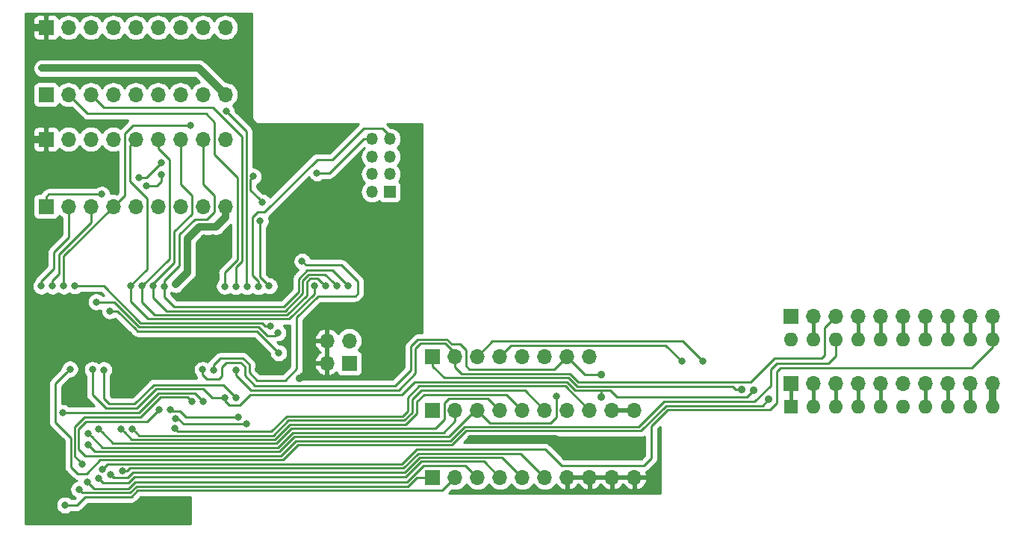
<source format=gbl>
G04 #@! TF.GenerationSoftware,KiCad,Pcbnew,(5.1.0)-1*
G04 #@! TF.CreationDate,2021-03-18T21:25:38+01:00*
G04 #@! TF.ProjectId,Atari simm expansion PLCC,41746172-6920-4736-996d-6d2065787061,rev?*
G04 #@! TF.SameCoordinates,Original*
G04 #@! TF.FileFunction,Copper,L2,Bot*
G04 #@! TF.FilePolarity,Positive*
%FSLAX46Y46*%
G04 Gerber Fmt 4.6, Leading zero omitted, Abs format (unit mm)*
G04 Created by KiCad (PCBNEW (5.1.0)-1) date 2021-03-18 21:25:38*
%MOMM*%
%LPD*%
G04 APERTURE LIST*
%ADD10O,1.700000X1.700000*%
%ADD11R,1.700000X1.700000*%
%ADD12O,1.350000X1.350000*%
%ADD13R,1.350000X1.350000*%
%ADD14O,1.600000X1.600000*%
%ADD15R,1.600000X1.600000*%
%ADD16C,0.800000*%
%ADD17C,1.100000*%
%ADD18C,0.900000*%
%ADD19C,1.000000*%
%ADD20C,0.812800*%
%ADD21C,0.254000*%
%ADD22C,0.406400*%
%ADD23C,1.016000*%
%ADD24C,0.250000*%
G04 APERTURE END LIST*
D10*
X213280000Y-113434600D03*
X210740000Y-113434600D03*
X208200000Y-113434600D03*
X205660000Y-113434600D03*
X203120000Y-113434600D03*
X200580000Y-113434600D03*
X198040000Y-113434600D03*
X195500000Y-113434600D03*
X192960000Y-113434600D03*
D11*
X190420000Y-113434600D03*
D12*
X142927320Y-85633040D03*
X144927320Y-85633040D03*
X142927320Y-87633040D03*
X144927320Y-87633040D03*
X142927320Y-89633040D03*
X144927320Y-89633040D03*
X142927320Y-91633040D03*
D13*
X144927320Y-91633040D03*
D10*
X167563800Y-110312200D03*
X165023800Y-110312200D03*
X162483800Y-110312200D03*
X159943800Y-110312200D03*
X157403800Y-110312200D03*
X154863800Y-110312200D03*
X152323800Y-110312200D03*
D11*
X149783800Y-110312200D03*
D10*
X137820400Y-108534200D03*
X140360400Y-108534200D03*
X137820400Y-111074200D03*
D11*
X140360400Y-111074200D03*
D14*
X190420000Y-108380000D03*
X213280000Y-116000000D03*
X192960000Y-108380000D03*
X210740000Y-116000000D03*
X195500000Y-108380000D03*
X208200000Y-116000000D03*
X198040000Y-108380000D03*
X205660000Y-116000000D03*
X200580000Y-108380000D03*
X203120000Y-116000000D03*
X203120000Y-108380000D03*
X200580000Y-116000000D03*
X205660000Y-108380000D03*
X198040000Y-116000000D03*
X208200000Y-108380000D03*
X195500000Y-116000000D03*
X210740000Y-108380000D03*
X192960000Y-116000000D03*
X213280000Y-108380000D03*
D15*
X190420000Y-116000000D03*
D10*
X213280000Y-105814600D03*
X210740000Y-105814600D03*
X208200000Y-105814600D03*
X205660000Y-105814600D03*
X203120000Y-105814600D03*
X200580000Y-105814600D03*
X198040000Y-105814600D03*
X195500000Y-105814600D03*
X192960000Y-105814600D03*
D11*
X190420000Y-105814600D03*
D10*
X172680000Y-116434600D03*
X170140000Y-116434600D03*
X167600000Y-116434600D03*
X165060000Y-116434600D03*
X162520000Y-116434600D03*
X159980000Y-116434600D03*
X157440000Y-116434600D03*
X154900000Y-116434600D03*
X152360000Y-116434600D03*
D11*
X149820000Y-116434600D03*
D10*
X172680000Y-124054600D03*
X170140000Y-124054600D03*
X167600000Y-124054600D03*
X165060000Y-124054600D03*
X162520000Y-124054600D03*
X159980000Y-124054600D03*
X157440000Y-124054600D03*
X154900000Y-124054600D03*
X152360000Y-124054600D03*
D11*
X149820000Y-124054600D03*
D10*
X126320000Y-85680000D03*
X123780000Y-85680000D03*
X121240000Y-85680000D03*
X118700000Y-85680000D03*
X116160000Y-85680000D03*
X113620000Y-85680000D03*
X111080000Y-85680000D03*
X108540000Y-85680000D03*
D11*
X106000000Y-85680000D03*
D10*
X126320000Y-93300000D03*
X123780000Y-93300000D03*
X121240000Y-93300000D03*
X118700000Y-93300000D03*
X116160000Y-93300000D03*
X113620000Y-93300000D03*
X111080000Y-93300000D03*
X108540000Y-93300000D03*
D11*
X106000000Y-93300000D03*
D10*
X126320000Y-73000000D03*
X123780000Y-73000000D03*
X121240000Y-73000000D03*
X118700000Y-73000000D03*
X116160000Y-73000000D03*
X113620000Y-73000000D03*
X111080000Y-73000000D03*
X108540000Y-73000000D03*
D11*
X106000000Y-73000000D03*
D10*
X126320000Y-80620000D03*
X123780000Y-80620000D03*
X121240000Y-80620000D03*
X118700000Y-80620000D03*
X116160000Y-80620000D03*
X113620000Y-80620000D03*
X111080000Y-80620000D03*
X108540000Y-80620000D03*
D11*
X106000000Y-80620000D03*
D16*
X120675400Y-102158800D03*
X106400600Y-77622400D03*
X105511600Y-77622400D03*
X127482600Y-102412800D03*
X126212600Y-102362000D03*
X130515360Y-92837000D03*
X129473960Y-89890600D03*
X119405400Y-102362000D03*
X140182600Y-102311200D03*
X118135400Y-102336600D03*
X138912600Y-102311200D03*
X116865400Y-102336600D03*
X137642600Y-102336600D03*
X115595400Y-102311200D03*
X136372600Y-102336600D03*
D17*
X104978200Y-111887000D03*
D18*
X116332000Y-111480600D03*
X105435400Y-95148400D03*
X105441200Y-98774800D03*
D16*
X124917200Y-96901000D03*
D17*
X165074600Y-119888000D03*
X163804600Y-119862600D03*
D18*
X134696200Y-112801400D03*
D19*
X140573760Y-91313000D03*
X144160240Y-99430840D03*
X123494800Y-101655880D03*
D16*
X123393200Y-103149400D03*
D17*
X144119600Y-97078800D03*
X144094200Y-94462600D03*
X146481800Y-94411800D03*
X146481800Y-97104200D03*
X146532600Y-99415600D03*
X144170400Y-106299000D03*
D19*
X113500000Y-75500000D03*
X118500000Y-75500000D03*
X123500000Y-75500000D03*
X128000000Y-75500000D03*
D17*
X105867200Y-89357200D03*
D16*
X105867200Y-83083400D03*
D17*
X109400000Y-110400000D03*
X112800000Y-110400000D03*
D18*
X122200000Y-109200000D03*
X125200000Y-109200000D03*
X127800000Y-109200000D03*
D19*
X133172200Y-111379000D03*
D17*
X146500000Y-102750000D03*
X134750000Y-87500000D03*
X104978200Y-125171200D03*
X154203400Y-119761000D03*
X155473400Y-119761000D03*
D16*
X123850400Y-96875600D03*
D18*
X105441200Y-100031000D03*
D17*
X105003600Y-127127000D03*
X104978200Y-113436400D03*
D18*
X116332000Y-109982000D03*
X130073400Y-111810800D03*
X130073400Y-110667800D03*
D16*
X108000800Y-102336600D03*
X128752600Y-102412800D03*
X122367040Y-84074000D03*
X126420880Y-82529680D03*
X106705400Y-102336600D03*
X105435400Y-102336600D03*
X112293400Y-91922600D03*
X119075200Y-88315800D03*
X116509800Y-90017600D03*
X114630200Y-123266200D03*
X108127800Y-127177800D03*
X109702600Y-125399800D03*
X112369600Y-123113800D03*
X110769400Y-120345200D03*
X163804600Y-114833400D03*
X113284000Y-123698000D03*
X178054000Y-110871000D03*
X111937800Y-124155200D03*
X180467000Y-110871000D03*
X110667800Y-124561600D03*
X120599200Y-118491000D03*
X115747802Y-118541800D03*
X114477798Y-118541800D03*
X111937798Y-118541800D03*
X110744000Y-119049800D03*
X123723400Y-111810800D03*
D18*
X168935400Y-112344200D03*
D16*
X118795800Y-116357400D03*
X127533400Y-111861600D03*
X112522000Y-111836200D03*
X127533400Y-114985800D03*
D18*
X168884600Y-114960400D03*
X186232800Y-114122200D03*
D16*
X126263400Y-115011200D03*
X111252000Y-111810800D03*
D18*
X187909200Y-115214400D03*
D16*
X108686600Y-111760000D03*
D18*
X184810400Y-114096800D03*
D16*
X136702800Y-89509600D03*
X109245400Y-102311200D03*
X131419600Y-106908600D03*
X130058160Y-102392480D03*
X110109000Y-122529600D03*
X122529600Y-115468400D03*
X119075200Y-89662000D03*
X117398800Y-90957400D03*
X131277360Y-102321360D03*
X130271520Y-94960440D03*
X127812800Y-117170200D03*
X120040400Y-116332000D03*
X113207800Y-105156000D03*
X132359400Y-109905800D03*
X128676400Y-118008400D03*
X120675400Y-117373400D03*
X107873800Y-116713000D03*
X123825000Y-115468400D03*
X111683800Y-104140000D03*
X132257800Y-107645200D03*
X124993400Y-111836200D03*
X135001000Y-99517200D03*
D20*
X126320000Y-94502081D02*
X126320000Y-93300000D01*
X125216481Y-95605600D02*
X126320000Y-94502081D01*
X123393200Y-95605600D02*
X125216481Y-95605600D01*
X122021600Y-96977200D02*
X123393200Y-95605600D01*
X120675400Y-102158800D02*
X122021600Y-100812600D01*
X122021600Y-100812600D02*
X122021600Y-96977200D01*
X123322400Y-77622400D02*
X126320000Y-80620000D01*
X105511600Y-77622400D02*
X123322400Y-77622400D01*
D21*
X111929999Y-81469999D02*
X111080000Y-80620000D01*
X127482600Y-100203000D02*
X128193800Y-99491800D01*
X127482600Y-102412800D02*
X127482600Y-100203000D01*
X128193800Y-99491800D02*
X128193800Y-85368404D01*
X128193800Y-85368404D02*
X124918196Y-82092800D01*
X124918196Y-82092800D02*
X112552800Y-82092800D01*
X112552800Y-82092800D02*
X111929999Y-81469999D01*
X109389999Y-81469999D02*
X108540000Y-80620000D01*
X110698600Y-82778600D02*
X109389999Y-81469999D01*
X124114560Y-82778600D02*
X110698600Y-82778600D01*
X126212600Y-100812600D02*
X127685800Y-99339400D01*
X126212600Y-102362000D02*
X126212600Y-100812600D01*
X127685800Y-99339400D02*
X127685800Y-89992200D01*
X127685800Y-89992200D02*
X125059440Y-87365840D01*
X125059440Y-87365840D02*
X125059440Y-83723480D01*
X125059440Y-83723480D02*
X124114560Y-82778600D01*
X130115361Y-92437001D02*
X130515360Y-92837000D01*
X129138680Y-91460320D02*
X130115361Y-92437001D01*
X129138680Y-91460320D02*
X129138680Y-90225880D01*
X129138680Y-90225880D02*
X129473960Y-89890600D01*
X138436380Y-100564980D02*
X140182600Y-102311200D01*
X135564686Y-100564980D02*
X138436380Y-100564980D01*
X119405400Y-103581200D02*
X120526190Y-104701990D01*
X119405400Y-102362000D02*
X119405400Y-103581200D01*
X120526190Y-104701990D02*
X132924582Y-104701990D01*
X132924582Y-104701990D02*
X134626380Y-103000192D01*
X134626380Y-103000192D02*
X134626380Y-101503286D01*
X134626380Y-101503286D02*
X135564686Y-100564980D01*
X123780000Y-90785400D02*
X123780000Y-85680000D01*
X125044200Y-93963760D02*
X125044200Y-92049600D01*
X125044200Y-92049600D02*
X123780000Y-90785400D01*
X119405400Y-102362000D02*
X119405400Y-101708667D01*
X121104010Y-100010057D02*
X121104010Y-96497790D01*
X119405400Y-101708667D02*
X121104010Y-100010057D01*
X121104010Y-96497790D02*
X122834400Y-94767400D01*
X122834400Y-94767400D02*
X124240560Y-94767400D01*
X124240560Y-94767400D02*
X125044200Y-93963760D01*
X138512601Y-101911201D02*
X138912600Y-102311200D01*
X118135400Y-103632000D02*
X119659400Y-105156000D01*
X118135400Y-102336600D02*
X118135400Y-103632000D01*
X119659400Y-105156000D02*
X133112638Y-105156000D01*
X137620391Y-101018991D02*
X138512601Y-101911201D01*
X133112638Y-105156000D02*
X135080390Y-103188248D01*
X135752743Y-101018991D02*
X137620391Y-101018991D01*
X135080390Y-103188248D02*
X135080390Y-101691344D01*
X135080390Y-101691344D02*
X135752743Y-101018991D01*
X121240000Y-90785400D02*
X121240000Y-85680000D01*
X118135400Y-102057200D02*
X120523000Y-99669600D01*
X118135400Y-102336600D02*
X118135400Y-102057200D01*
X120523000Y-96164400D02*
X122504200Y-94183200D01*
X120523000Y-99669600D02*
X120523000Y-96164400D01*
X122504200Y-94183200D02*
X122504200Y-92049600D01*
X122504200Y-92049600D02*
X121240000Y-90785400D01*
X118700000Y-86696000D02*
X118700000Y-85680000D01*
X119964200Y-87960200D02*
X118700000Y-86696000D01*
X116865400Y-102336600D02*
X119964200Y-99237800D01*
X119964200Y-99237800D02*
X119964200Y-87960200D01*
X137242601Y-101936601D02*
X137642600Y-102336600D01*
X136779002Y-101473002D02*
X137242601Y-101936601D01*
X116865400Y-104165400D02*
X118310010Y-105610010D01*
X116865400Y-102336600D02*
X116865400Y-104165400D01*
X118310010Y-105610010D02*
X133300696Y-105610010D01*
X133300696Y-105610010D02*
X135534401Y-103376305D01*
X135940800Y-101473002D02*
X136779002Y-101473002D01*
X135534401Y-103376305D02*
X135534401Y-101879401D01*
X135534401Y-101879401D02*
X135940800Y-101473002D01*
X115493800Y-86346200D02*
X116160000Y-85680000D01*
X115493800Y-90474800D02*
X115493800Y-86346200D01*
X117424200Y-92405200D02*
X115493800Y-90474800D01*
X117424200Y-100431600D02*
X117424200Y-92405200D01*
X115595400Y-102311200D02*
X115595400Y-102260400D01*
X115595400Y-102260400D02*
X117424200Y-100431600D01*
X136372600Y-103251000D02*
X136372600Y-102336600D01*
X133553200Y-106070400D02*
X136372600Y-103251000D01*
X117551200Y-106070400D02*
X133553200Y-106070400D01*
X115595400Y-102311200D02*
X115595400Y-104114600D01*
X115595400Y-104114600D02*
X117551200Y-106070400D01*
D22*
X165060000Y-124054600D02*
X167600000Y-124054600D01*
X167600000Y-124054600D02*
X170140000Y-124054600D01*
X170140000Y-124054600D02*
X172680000Y-124054600D01*
X170140000Y-116434600D02*
X172680000Y-116434600D01*
D20*
X104337200Y-73000000D02*
X106000000Y-73000000D01*
X104038400Y-73298800D02*
X104337200Y-73000000D01*
X104978200Y-104546400D02*
X104038400Y-103606600D01*
X104134200Y-85680000D02*
X106000000Y-85680000D01*
X104038400Y-85775800D02*
X104134200Y-85680000D01*
X104038400Y-85775800D02*
X104038400Y-73298800D01*
X104978200Y-111887000D02*
X104978200Y-110007400D01*
X104978200Y-110007400D02*
X104978200Y-104546400D01*
X104089200Y-95148400D02*
X104038400Y-95199200D01*
X105435400Y-95148400D02*
X104089200Y-95148400D01*
X104038400Y-96799400D02*
X104038400Y-95199200D01*
X104038400Y-95199200D02*
X104038400Y-85775800D01*
X104044200Y-98774800D02*
X105441200Y-98774800D01*
X104038400Y-98780600D02*
X104044200Y-98774800D01*
X104038400Y-98780600D02*
X104038400Y-96799400D01*
X104038400Y-103606600D02*
X104038400Y-98780600D01*
X124917200Y-96901000D02*
X124917200Y-100152200D01*
X124917200Y-100152200D02*
X123494800Y-101574600D01*
X123494800Y-101574600D02*
X123494800Y-101655880D01*
X104978200Y-111887000D02*
X104978200Y-113436400D01*
D23*
X155473400Y-119761000D02*
X154203400Y-119761000D01*
X165074600Y-119888000D02*
X163830000Y-119888000D01*
X163703000Y-119761000D02*
X155473400Y-119761000D01*
X163804600Y-119862600D02*
X163703000Y-119761000D01*
D20*
X104978200Y-113436400D02*
X104978200Y-125171200D01*
D21*
X108000800Y-98919200D02*
X113620000Y-93300000D01*
X108000800Y-102336600D02*
X108000800Y-98919200D01*
X114469999Y-92450001D02*
X113620000Y-93300000D01*
X114884200Y-92035800D02*
X114469999Y-92450001D01*
X114884200Y-92035800D02*
X114884200Y-85013800D01*
X114884200Y-85013800D02*
X115824000Y-84074000D01*
X128752600Y-102412800D02*
X128905000Y-102260400D01*
X115824000Y-84074000D02*
X122367040Y-84074000D01*
X126820879Y-82929679D02*
X126420880Y-82529680D01*
X128676400Y-84785200D02*
X126820879Y-82929679D01*
X128752600Y-102412800D02*
X128676400Y-102336600D01*
X128676400Y-102336600D02*
X128676400Y-84785200D01*
X111080000Y-95091800D02*
X111080000Y-93300000D01*
X107442000Y-98729800D02*
X111080000Y-95091800D01*
X107442000Y-100990400D02*
X107442000Y-98729800D01*
X106705400Y-102336600D02*
X106705400Y-101727000D01*
X106705400Y-101727000D02*
X107442000Y-100990400D01*
X108540000Y-94304400D02*
X108540000Y-93300000D01*
X108540000Y-96819000D02*
X108540000Y-94304400D01*
X106883200Y-98475800D02*
X108540000Y-96819000D01*
X106883200Y-100323115D02*
X106883200Y-98475800D01*
X105435400Y-102336600D02*
X105435400Y-101770915D01*
X105435400Y-101770915D02*
X106883200Y-100323115D01*
D24*
X106000000Y-92200000D02*
X106000000Y-93300000D01*
X106277400Y-91922600D02*
X106000000Y-92200000D01*
X112293400Y-91922600D02*
X106277400Y-91922600D01*
D21*
X119075200Y-88315800D02*
X117373400Y-90017600D01*
X117373400Y-90017600D02*
X116509800Y-90017600D01*
X162520000Y-124054600D02*
X159874211Y-121408811D01*
D24*
X159874211Y-121408811D02*
X159782989Y-121317589D01*
X159782989Y-121317589D02*
X148677629Y-121317589D01*
X115475285Y-122986800D02*
X115195885Y-123266200D01*
X115195885Y-123266200D02*
X114630200Y-123266200D01*
X148178408Y-121315590D02*
X146507199Y-122986799D01*
X146507199Y-122986799D02*
X115475285Y-122986800D01*
X148675629Y-121315589D02*
X148178408Y-121315590D01*
X148677629Y-121317589D02*
X148675629Y-121315589D01*
D22*
X208200000Y-113434600D02*
X208200000Y-116000000D01*
X205660000Y-113434600D02*
X205660000Y-116000000D01*
D24*
X109448600Y-127177800D02*
X108127800Y-127177800D01*
D21*
X150887800Y-125526800D02*
X152360000Y-124054600D01*
X116385665Y-125526800D02*
X150887800Y-125526800D01*
X115658656Y-126253809D02*
X116385665Y-125526800D01*
X110448791Y-126253809D02*
X115658656Y-126253809D01*
X109448600Y-127177800D02*
X109524800Y-127177800D01*
X109524800Y-127177800D02*
X110448791Y-126253809D01*
D24*
X109728000Y-125374400D02*
X109702600Y-125399800D01*
D21*
X148004839Y-124054600D02*
X149820000Y-124054600D01*
X110102599Y-125799799D02*
X115470599Y-125799799D01*
X109702600Y-125399800D02*
X110102599Y-125799799D01*
X115470599Y-125799799D02*
X115492790Y-125777609D01*
X116226199Y-125044200D02*
X147015239Y-125044200D01*
X115492790Y-125777609D02*
X116226199Y-125044200D01*
X147015239Y-125044200D02*
X148004839Y-124054600D01*
D22*
X213280000Y-105814600D02*
X213280000Y-108380000D01*
D21*
X213280000Y-109274600D02*
X213280000Y-108380000D01*
X210947000Y-111607600D02*
X213280000Y-109274600D01*
X188036200Y-116357400D02*
X188823600Y-115570000D01*
X188823600Y-115570000D02*
X188823600Y-112014000D01*
X176435468Y-116357400D02*
X188036200Y-116357400D01*
X174599600Y-121869200D02*
X174599600Y-118193268D01*
X173784601Y-122684199D02*
X174599600Y-121869200D01*
X174599600Y-118193268D02*
X176435468Y-116357400D01*
X112979200Y-122504200D02*
X146350560Y-122504200D01*
X189230000Y-111607600D02*
X210947000Y-111607600D01*
X146350560Y-122504200D02*
X148001560Y-120853200D01*
X188823600Y-112014000D02*
X189230000Y-111607600D01*
X148001560Y-120853200D02*
X162581002Y-120853200D01*
X112369600Y-123113800D02*
X112979200Y-122504200D01*
X162581002Y-120853200D02*
X164412001Y-122684199D01*
X164412001Y-122684199D02*
X173784601Y-122684199D01*
D22*
X210740000Y-105814600D02*
X210740000Y-108380000D01*
X208200000Y-105814600D02*
X208200000Y-108380000D01*
X205660000Y-105814600D02*
X205660000Y-108380000D01*
X203120000Y-105814600D02*
X203120000Y-108380000D01*
X200580000Y-105814600D02*
X200580000Y-108380000D01*
X198040000Y-105814600D02*
X198040000Y-108380000D01*
X192960000Y-105814600D02*
X192960000Y-108380000D01*
D21*
X163804600Y-117246400D02*
X163804600Y-114833400D01*
X163195000Y-117856000D02*
X163804600Y-117246400D01*
X154900000Y-116434600D02*
X156321400Y-117856000D01*
X156321400Y-117856000D02*
X163195000Y-117856000D01*
X111169399Y-120745199D02*
X110769400Y-120345200D01*
X154645464Y-116434600D02*
X151642884Y-119437180D01*
X154900000Y-116434600D02*
X154645464Y-116434600D01*
X151642884Y-119437180D02*
X134142468Y-119437180D01*
X134142468Y-119437180D02*
X132447049Y-121132599D01*
X132447049Y-121132599D02*
X111556799Y-121132599D01*
X111556799Y-121132599D02*
X111169399Y-120745199D01*
X159980000Y-124054600D02*
X157788222Y-121862822D01*
D24*
X113608370Y-124022370D02*
X113284000Y-123698000D01*
X157788222Y-121862822D02*
X157693000Y-121767600D01*
X157693000Y-121767600D02*
X148485580Y-121767600D01*
D21*
X113692400Y-124104400D02*
X113608370Y-124020370D01*
X115239800Y-124104400D02*
X113692400Y-124104400D01*
X115849400Y-123494800D02*
X115239800Y-124104400D01*
X146638438Y-123494800D02*
X115849400Y-123494800D01*
X148488400Y-121767600D02*
X148365638Y-121767600D01*
X148365638Y-121767600D02*
X146638438Y-123494800D01*
X157440000Y-124054600D02*
X155702233Y-122316833D01*
D24*
X176225200Y-109042200D02*
X178054000Y-110871000D01*
X157403800Y-110312200D02*
X158673800Y-109042200D01*
X158673800Y-109042200D02*
X176225200Y-109042200D01*
X155702233Y-122316833D02*
X155610200Y-122224800D01*
X155610200Y-122224800D02*
X148664790Y-122224800D01*
D21*
X112420400Y-124637800D02*
X111937800Y-124155200D01*
X115348466Y-124637800D02*
X112420400Y-124637800D01*
X115983466Y-124002800D02*
X115348466Y-124637800D01*
X146772504Y-124002800D02*
X115983466Y-124002800D01*
X148664790Y-122224800D02*
X148550504Y-122224800D01*
X148550504Y-122224800D02*
X146772504Y-124002800D01*
D24*
X178188191Y-108592191D02*
X180467000Y-110871000D01*
X154863800Y-110312200D02*
X156583809Y-108592191D01*
X156583809Y-108592191D02*
X178188191Y-108592191D01*
D21*
X111429800Y-125323600D02*
X110667800Y-124561600D01*
X153522210Y-122676810D02*
X148740561Y-122676810D01*
X154900000Y-124054600D02*
X153522210Y-122676810D01*
X148740561Y-122676810D02*
X146881171Y-124536200D01*
X146881171Y-124536200D02*
X116092133Y-124536200D01*
X116092133Y-124536200D02*
X115304733Y-125323600D01*
X115304733Y-125323600D02*
X111429800Y-125323600D01*
X120938970Y-118830770D02*
X120599200Y-118491000D01*
X131538548Y-118830770D02*
X120938970Y-118830770D01*
X133249918Y-117119400D02*
X131538548Y-118830770D01*
X164830400Y-113665000D02*
X148296467Y-113665000D01*
X167600000Y-116434600D02*
X164830400Y-113665000D01*
X148296467Y-113665000D02*
X146964400Y-114997067D01*
X146964400Y-114997067D02*
X146964400Y-116546468D01*
X146964400Y-116546468D02*
X146391468Y-117119400D01*
X146391468Y-117119400D02*
X133249918Y-117119400D01*
X116490781Y-119284779D02*
X116147801Y-118941799D01*
X131726603Y-119284779D02*
X116490781Y-119284779D01*
X133431592Y-117579790D02*
X131726603Y-119284779D01*
X116147801Y-118941799D02*
X115747802Y-118541800D01*
X160261590Y-114176190D02*
X148510610Y-114176190D01*
X162520000Y-116434600D02*
X160261590Y-114176190D01*
X148510610Y-114176190D02*
X147472400Y-115214400D01*
X147472400Y-115214400D02*
X147472400Y-116680532D01*
X147472400Y-116680532D02*
X146573143Y-117579789D01*
X146573143Y-117579789D02*
X133431592Y-117579790D01*
X114877797Y-118941799D02*
X114477798Y-118541800D01*
X131914660Y-119738790D02*
X115674788Y-119738790D01*
X133619650Y-118033800D02*
X131914660Y-119738790D01*
X158175600Y-114630200D02*
X148818600Y-114630200D01*
X159980000Y-116434600D02*
X158175600Y-114630200D01*
X148818600Y-114630200D02*
X147980400Y-115468400D01*
X147980400Y-115468400D02*
X147980400Y-116814600D01*
X147980400Y-116814600D02*
X146761200Y-118033800D01*
X115674788Y-119738790D02*
X114877797Y-118941799D01*
X146761200Y-118033800D02*
X133619650Y-118033800D01*
X156089611Y-115084211D02*
X151615789Y-115084211D01*
X113588798Y-120192800D02*
X112337797Y-118941799D01*
X112337797Y-118941799D02*
X111937798Y-118541800D01*
X132102714Y-120192800D02*
X113588798Y-120192800D01*
X151104600Y-117500400D02*
X150110811Y-118494189D01*
X151104600Y-115595400D02*
X151104600Y-117500400D01*
X151615789Y-115084211D02*
X151104600Y-115595400D01*
X150110811Y-118494189D02*
X133801324Y-118494190D01*
X133801324Y-118494190D02*
X132102714Y-120192800D01*
X157440000Y-116434600D02*
X156089611Y-115084211D01*
X111143999Y-119449799D02*
X110744000Y-119049800D01*
X112369600Y-120675400D02*
X111143999Y-119449799D01*
X152360000Y-116434600D02*
X152360000Y-117636681D01*
X133989382Y-118948200D02*
X132262182Y-120675400D01*
X132262182Y-120675400D02*
X112369600Y-120675400D01*
X152360000Y-117636681D02*
X151048481Y-118948200D01*
X151048481Y-118948200D02*
X133989382Y-118948200D01*
X165023800Y-110312200D02*
X167055800Y-112344200D01*
X167055800Y-112344200D02*
X168935400Y-112344200D01*
X123723400Y-112376485D02*
X123723400Y-111810800D01*
X124224515Y-112877600D02*
X123723400Y-112376485D01*
X125577600Y-112877600D02*
X124224515Y-112877600D01*
X125882400Y-112572800D02*
X125577600Y-112877600D01*
X125882400Y-111556800D02*
X125882400Y-112572800D01*
X126418990Y-111020210D02*
X125882400Y-111556800D01*
X152950602Y-108940600D02*
X151949866Y-108940600D01*
X165023800Y-110312200D02*
X163576000Y-111760000D01*
X128056544Y-111020210D02*
X126418990Y-111020210D01*
X153593800Y-111404400D02*
X153593800Y-109583798D01*
X163576000Y-111760000D02*
X153949400Y-111760000D01*
X128498600Y-112496600D02*
X128498600Y-111462266D01*
X151949866Y-108940600D02*
X151419657Y-108410390D01*
X151419657Y-108410390D02*
X148129610Y-108410390D01*
X145570590Y-113611010D02*
X129613010Y-113611010D01*
X148129610Y-108410390D02*
X147345400Y-109194600D01*
X153593800Y-109583798D02*
X152950602Y-108940600D01*
X129613010Y-113611010D02*
X128498600Y-112496600D01*
X147345400Y-109194600D02*
X147345400Y-111836200D01*
X147345400Y-111836200D02*
X145570590Y-113611010D01*
X153949400Y-111760000D02*
X153593800Y-111404400D01*
X128498600Y-111462266D02*
X128056544Y-111020210D01*
X118395801Y-116757399D02*
X118795800Y-116357400D01*
X110531636Y-117678200D02*
X117475000Y-117678200D01*
X188112400Y-113614200D02*
X186280410Y-115446190D01*
X188823600Y-111074200D02*
X188112400Y-111785400D01*
X151830943Y-119891189D02*
X134330526Y-119891190D01*
X194665600Y-111074200D02*
X188823600Y-111074200D01*
X186280410Y-115446190D02*
X176062542Y-115446191D01*
X109686797Y-118523039D02*
X110531636Y-117678200D01*
X117475000Y-117678200D02*
X118395801Y-116757399D01*
X195500000Y-107880000D02*
X195500000Y-110239800D01*
X188112400Y-111785400D02*
X188112400Y-113614200D01*
X195500000Y-110239800D02*
X194665600Y-111074200D01*
X132635106Y-121586610D02*
X110436010Y-121586610D01*
X176062542Y-115446191D02*
X173195532Y-118313200D01*
X173195532Y-118313200D02*
X153408932Y-118313200D01*
X110436010Y-121586610D02*
X109686797Y-120837397D01*
X153408932Y-118313200D02*
X151830943Y-119891189D01*
X134330526Y-119891190D02*
X132635106Y-121586610D01*
X109686797Y-120837397D02*
X109686797Y-118523039D01*
X152323800Y-109956600D02*
X152323800Y-110312200D01*
X151231600Y-108864400D02*
X152323800Y-109956600D01*
X148437600Y-108864400D02*
X151231600Y-108864400D01*
X127533400Y-112427285D02*
X129228315Y-114122200D01*
X127533400Y-111861600D02*
X127533400Y-112427285D01*
X129228315Y-114122200D02*
X145948400Y-114122200D01*
X145948400Y-114122200D02*
X147878800Y-112191800D01*
X147878800Y-112191800D02*
X147878800Y-109423200D01*
X147878800Y-109423200D02*
X148437600Y-108864400D01*
X126088790Y-113541190D02*
X127533400Y-114985800D01*
X118183010Y-113541190D02*
X126088790Y-113541190D01*
X116027200Y-115697000D02*
X118183010Y-113541190D01*
X113157000Y-115697000D02*
X116027200Y-115697000D01*
X112522000Y-111836200D02*
X112522000Y-115062000D01*
X112522000Y-115062000D02*
X113157000Y-115697000D01*
X152323800Y-111514281D02*
X152323800Y-110312200D01*
X153102919Y-112293400D02*
X152323800Y-111514281D01*
X166333336Y-113233200D02*
X165393536Y-112293400D01*
X194233800Y-107080800D02*
X194233800Y-110185200D01*
X165393536Y-112293400D02*
X153102919Y-112293400D01*
X195500000Y-105814600D02*
X194233800Y-107080800D01*
X193878200Y-110540800D02*
X188569600Y-110540800D01*
X188569600Y-110540800D02*
X185877200Y-113233200D01*
X194233800Y-110185200D02*
X193878200Y-110540800D01*
X185877200Y-113233200D02*
X166333336Y-113233200D01*
X168884600Y-114179378D02*
X168884600Y-114960400D01*
X168881411Y-114176189D02*
X168884600Y-114179378D01*
X185782801Y-114572199D02*
X186232800Y-114122200D01*
X185420000Y-114935000D02*
X185782801Y-114572199D01*
X170688000Y-114935000D02*
X185420000Y-114935000D01*
X168881411Y-114176189D02*
X169929189Y-114176189D01*
X169929189Y-114176189D02*
X170688000Y-114935000D01*
X165983657Y-114176189D02*
X168881411Y-114176189D01*
X165020610Y-113210990D02*
X165020610Y-113213143D01*
X147723210Y-113210990D02*
X165020610Y-113210990D01*
X165020610Y-113213143D02*
X165983657Y-114176189D01*
X126263400Y-115011200D02*
X126263400Y-115316000D01*
X126796800Y-115849400D02*
X127914400Y-115849400D01*
X126263400Y-115316000D02*
X126796800Y-115849400D01*
X127914400Y-115849400D02*
X129108200Y-114655600D01*
X129108200Y-114655600D02*
X146278600Y-114655600D01*
X146278600Y-114655600D02*
X147723210Y-113210990D01*
X124841000Y-115011200D02*
X126263400Y-115011200D01*
X111252000Y-114661980D02*
X112769620Y-116179600D01*
X111252000Y-111810800D02*
X111252000Y-114661980D01*
X112769620Y-116179600D02*
X116281200Y-116179600D01*
X116281200Y-116179600D02*
X118465600Y-113995200D01*
X118465600Y-113995200D02*
X123825000Y-113995200D01*
X123825000Y-113995200D02*
X124841000Y-115011200D01*
X108286601Y-112159999D02*
X108686600Y-111760000D01*
X107061000Y-113385600D02*
X108286601Y-112159999D01*
X108778777Y-122850377D02*
X108778777Y-119548377D01*
X110566200Y-123621800D02*
X109550200Y-123621800D01*
X107061000Y-117830600D02*
X107061000Y-113385600D01*
X112147380Y-122040621D02*
X110566200Y-123621800D01*
X132823163Y-122040621D02*
X112147380Y-122040621D01*
X134518584Y-120345200D02*
X132823163Y-122040621D01*
X187223400Y-115900200D02*
X176250600Y-115900201D01*
X187909200Y-115214400D02*
X187223400Y-115900200D01*
X176250600Y-115900201D02*
X173380400Y-118770400D01*
X108778777Y-119548377D02*
X107061000Y-117830600D01*
X173380400Y-118770400D02*
X153593800Y-118770400D01*
X153593800Y-118770400D02*
X152019000Y-120345200D01*
X109550200Y-123621800D02*
X108778777Y-122850377D01*
X152019000Y-120345200D02*
X134518584Y-120345200D01*
X184810400Y-114096800D02*
X184174004Y-114096800D01*
X149783800Y-111416200D02*
X149783800Y-110312200D01*
X151118200Y-112750600D02*
X149783800Y-111416200D01*
X165208668Y-112750600D02*
X151118200Y-112750600D01*
X166180246Y-113722178D02*
X165208668Y-112750600D01*
X183799382Y-113722178D02*
X166180246Y-113722178D01*
X184174004Y-114096800D02*
X183799382Y-113722178D01*
D22*
X210740000Y-113434600D02*
X210740000Y-116000000D01*
X200580000Y-113434600D02*
X200580000Y-116000000D01*
X198040000Y-113434600D02*
X198040000Y-116000000D01*
X195500000Y-113434600D02*
X195500000Y-116000000D01*
X192960000Y-113434600D02*
X192960000Y-116000000D01*
X190420000Y-113434600D02*
X190420000Y-116000000D01*
D20*
X213280000Y-113434600D02*
X213280000Y-116000000D01*
D21*
X138099800Y-89509600D02*
X136702800Y-89509600D01*
X142927320Y-85633040D02*
X141976360Y-85633040D01*
X141976360Y-85633040D02*
X138099800Y-89509600D01*
X112507866Y-102311200D02*
X109245400Y-102311200D01*
X116721076Y-106524410D02*
X112507866Y-102311200D01*
X130469725Y-106524410D02*
X116721076Y-106524410D01*
X131419600Y-106908600D02*
X130853915Y-106908600D01*
X130853915Y-106908600D02*
X130469725Y-106524410D01*
X144927320Y-85252560D02*
X144927320Y-85633040D01*
X144078960Y-84404200D02*
X144927320Y-85252560D01*
X138409680Y-87955120D02*
X141960600Y-84404200D01*
X136728200Y-87955120D02*
X138409680Y-87955120D01*
X130058160Y-101826795D02*
X129359010Y-101127645D01*
X130058160Y-102392480D02*
X130058160Y-101826795D01*
X129359010Y-101127645D02*
X129359010Y-94516590D01*
X129359010Y-94516590D02*
X129966720Y-93908880D01*
X141960600Y-84404200D02*
X144078960Y-84404200D01*
X129966720Y-93908880D02*
X130774440Y-93908880D01*
X130774440Y-93908880D02*
X136728200Y-87955120D01*
X109709001Y-122129601D02*
X110109000Y-122529600D01*
X109232787Y-121653387D02*
X109709001Y-122129601D01*
X121996200Y-114935000D02*
X119010449Y-114935000D01*
X122529600Y-115468400D02*
X121996200Y-114935000D01*
X119010449Y-114935000D02*
X116724449Y-117221000D01*
X116724449Y-117221000D02*
X110346769Y-117221000D01*
X110346769Y-117221000D02*
X109232787Y-118334982D01*
X109232787Y-118334982D02*
X109232787Y-121653387D01*
X118567200Y-90957400D02*
X117398800Y-90957400D01*
X119075200Y-89662000D02*
X119075200Y-90449400D01*
X119075200Y-90449400D02*
X118567200Y-90957400D01*
X131277360Y-102321360D02*
X130271520Y-101315520D01*
X130271520Y-101315520D02*
X130271520Y-94960440D01*
X127812800Y-117170200D02*
X121843800Y-117170200D01*
X121843800Y-117170200D02*
X121183400Y-116509800D01*
X121183400Y-116509800D02*
X120218200Y-116509800D01*
X120218200Y-116509800D02*
X120040400Y-116332000D01*
X114068533Y-105156000D02*
X113207800Y-105156000D01*
X116079009Y-107166476D02*
X114068533Y-105156000D01*
X116344962Y-107432430D02*
X116079009Y-107166476D01*
X129878964Y-107432430D02*
X116344962Y-107432430D01*
X131666534Y-109220000D02*
X129878964Y-107432430D01*
X131666534Y-109220000D02*
X131673600Y-109220000D01*
X131673600Y-109220000D02*
X132359400Y-109905800D01*
X120929400Y-117373400D02*
X120675400Y-117373400D01*
X128676400Y-118008400D02*
X121564400Y-118008400D01*
X121564400Y-118008400D02*
X120929400Y-117373400D01*
X107899200Y-116687600D02*
X107873800Y-116713000D01*
X116509800Y-116687600D02*
X107899200Y-116687600D01*
X118716410Y-114480990D02*
X116509800Y-116687600D01*
X123825000Y-115468400D02*
X122837590Y-114480990D01*
X122837590Y-114480990D02*
X118716410Y-114480990D01*
X111683800Y-104140000D02*
X113694600Y-104140000D01*
X113694600Y-104140000D02*
X116533019Y-106978420D01*
X116533019Y-106978420D02*
X130067020Y-106978420D01*
X130067020Y-106978420D02*
X131038600Y-107950000D01*
X131038600Y-107950000D02*
X131902200Y-107950000D01*
X131902200Y-107950000D02*
X131953000Y-107950000D01*
X131953000Y-107950000D02*
X132257800Y-107645200D01*
X135458200Y-99974400D02*
X135001000Y-99517200D01*
X139496800Y-99974400D02*
X135458200Y-99974400D01*
X141325600Y-101803200D02*
X139496800Y-99974400D01*
X141325600Y-103174800D02*
X141325600Y-101803200D01*
X141046200Y-103454200D02*
X141325600Y-103174800D01*
X129921000Y-113055400D02*
X133096000Y-113055400D01*
X133096000Y-113055400D02*
X134416800Y-111734600D01*
X124993400Y-111270515D02*
X125748515Y-110515400D01*
X125748515Y-110515400D02*
X128320800Y-110515400D01*
X124993400Y-111836200D02*
X124993400Y-111270515D01*
X128320800Y-110515400D02*
X129032000Y-111226600D01*
X134416800Y-105848866D02*
X136811466Y-103454200D01*
X129032000Y-111226600D02*
X129032000Y-112166400D01*
X136811466Y-103454200D02*
X141046200Y-103454200D01*
X134416800Y-111734600D02*
X134416800Y-105848866D01*
X129032000Y-112166400D02*
X129921000Y-113055400D01*
G36*
X129340001Y-83217571D02*
G01*
X129336807Y-83250000D01*
X129349550Y-83379383D01*
X129387290Y-83503793D01*
X129448575Y-83618450D01*
X129531052Y-83718948D01*
X129631550Y-83801425D01*
X129746207Y-83862710D01*
X129870617Y-83900450D01*
X129967581Y-83910000D01*
X130000000Y-83913193D01*
X130032419Y-83910000D01*
X141377169Y-83910000D01*
X138094050Y-87193120D01*
X136765622Y-87193120D01*
X136728199Y-87189434D01*
X136690776Y-87193120D01*
X136690774Y-87193120D01*
X136578822Y-87204146D01*
X136435185Y-87247718D01*
X136302808Y-87318475D01*
X136186778Y-87413698D01*
X136162921Y-87442768D01*
X131363023Y-92242667D01*
X131319297Y-92177226D01*
X131175134Y-92033063D01*
X131005616Y-91919795D01*
X130817258Y-91841774D01*
X130617299Y-91802000D01*
X130557990Y-91802000D01*
X129900680Y-91144690D01*
X129900680Y-90834123D01*
X129964216Y-90807805D01*
X130133734Y-90694537D01*
X130277897Y-90550374D01*
X130391165Y-90380856D01*
X130469186Y-90192498D01*
X130508960Y-89992539D01*
X130508960Y-89788661D01*
X130469186Y-89588702D01*
X130391165Y-89400344D01*
X130277897Y-89230826D01*
X130133734Y-89086663D01*
X129964216Y-88973395D01*
X129775858Y-88895374D01*
X129575899Y-88855600D01*
X129438400Y-88855600D01*
X129438400Y-84822623D01*
X129442086Y-84785200D01*
X129437021Y-84733774D01*
X129427374Y-84635822D01*
X129383802Y-84492185D01*
X129336773Y-84404200D01*
X129313045Y-84359807D01*
X129241679Y-84272848D01*
X129217822Y-84243778D01*
X129188752Y-84219921D01*
X127455880Y-82487050D01*
X127455880Y-82427741D01*
X127416106Y-82227782D01*
X127338085Y-82039424D01*
X127224817Y-81869906D01*
X127185595Y-81830684D01*
X127375134Y-81675134D01*
X127560706Y-81449014D01*
X127698599Y-81191034D01*
X127783513Y-80911111D01*
X127812185Y-80620000D01*
X127783513Y-80328889D01*
X127698599Y-80048966D01*
X127560706Y-79790986D01*
X127375134Y-79564866D01*
X127149014Y-79379294D01*
X126891034Y-79241401D01*
X126611111Y-79156487D01*
X126392950Y-79135000D01*
X126307762Y-79135000D01*
X124094952Y-76922191D01*
X124062343Y-76882457D01*
X123903770Y-76752319D01*
X123722854Y-76655617D01*
X123526550Y-76596069D01*
X123373552Y-76581000D01*
X123373541Y-76581000D01*
X123322400Y-76575963D01*
X123271259Y-76581000D01*
X105460448Y-76581000D01*
X105307450Y-76596069D01*
X105111146Y-76655617D01*
X104930230Y-76752319D01*
X104771657Y-76882457D01*
X104641519Y-77041030D01*
X104544817Y-77221946D01*
X104485269Y-77418250D01*
X104465162Y-77622400D01*
X104485269Y-77826550D01*
X104544817Y-78022854D01*
X104641519Y-78203770D01*
X104771657Y-78362343D01*
X104930230Y-78492481D01*
X105111146Y-78589183D01*
X105307450Y-78648731D01*
X105460448Y-78663800D01*
X122891039Y-78663800D01*
X123408202Y-79180963D01*
X123208966Y-79241401D01*
X122950986Y-79379294D01*
X122724866Y-79564866D01*
X122539294Y-79790986D01*
X122510000Y-79845791D01*
X122480706Y-79790986D01*
X122295134Y-79564866D01*
X122069014Y-79379294D01*
X121811034Y-79241401D01*
X121531111Y-79156487D01*
X121312950Y-79135000D01*
X121167050Y-79135000D01*
X120948889Y-79156487D01*
X120668966Y-79241401D01*
X120410986Y-79379294D01*
X120184866Y-79564866D01*
X119999294Y-79790986D01*
X119970000Y-79845791D01*
X119940706Y-79790986D01*
X119755134Y-79564866D01*
X119529014Y-79379294D01*
X119271034Y-79241401D01*
X118991111Y-79156487D01*
X118772950Y-79135000D01*
X118627050Y-79135000D01*
X118408889Y-79156487D01*
X118128966Y-79241401D01*
X117870986Y-79379294D01*
X117644866Y-79564866D01*
X117459294Y-79790986D01*
X117430000Y-79845791D01*
X117400706Y-79790986D01*
X117215134Y-79564866D01*
X116989014Y-79379294D01*
X116731034Y-79241401D01*
X116451111Y-79156487D01*
X116232950Y-79135000D01*
X116087050Y-79135000D01*
X115868889Y-79156487D01*
X115588966Y-79241401D01*
X115330986Y-79379294D01*
X115104866Y-79564866D01*
X114919294Y-79790986D01*
X114890000Y-79845791D01*
X114860706Y-79790986D01*
X114675134Y-79564866D01*
X114449014Y-79379294D01*
X114191034Y-79241401D01*
X113911111Y-79156487D01*
X113692950Y-79135000D01*
X113547050Y-79135000D01*
X113328889Y-79156487D01*
X113048966Y-79241401D01*
X112790986Y-79379294D01*
X112564866Y-79564866D01*
X112379294Y-79790986D01*
X112350000Y-79845791D01*
X112320706Y-79790986D01*
X112135134Y-79564866D01*
X111909014Y-79379294D01*
X111651034Y-79241401D01*
X111371111Y-79156487D01*
X111152950Y-79135000D01*
X111007050Y-79135000D01*
X110788889Y-79156487D01*
X110508966Y-79241401D01*
X110250986Y-79379294D01*
X110024866Y-79564866D01*
X109839294Y-79790986D01*
X109810000Y-79845791D01*
X109780706Y-79790986D01*
X109595134Y-79564866D01*
X109369014Y-79379294D01*
X109111034Y-79241401D01*
X108831111Y-79156487D01*
X108612950Y-79135000D01*
X108467050Y-79135000D01*
X108248889Y-79156487D01*
X107968966Y-79241401D01*
X107710986Y-79379294D01*
X107484866Y-79564866D01*
X107460393Y-79594687D01*
X107439502Y-79525820D01*
X107380537Y-79415506D01*
X107301185Y-79318815D01*
X107204494Y-79239463D01*
X107094180Y-79180498D01*
X106974482Y-79144188D01*
X106850000Y-79131928D01*
X105150000Y-79131928D01*
X105025518Y-79144188D01*
X104905820Y-79180498D01*
X104795506Y-79239463D01*
X104698815Y-79318815D01*
X104619463Y-79415506D01*
X104560498Y-79525820D01*
X104524188Y-79645518D01*
X104511928Y-79770000D01*
X104511928Y-81470000D01*
X104524188Y-81594482D01*
X104560498Y-81714180D01*
X104619463Y-81824494D01*
X104698815Y-81921185D01*
X104795506Y-82000537D01*
X104905820Y-82059502D01*
X105025518Y-82095812D01*
X105150000Y-82108072D01*
X106850000Y-82108072D01*
X106974482Y-82095812D01*
X107094180Y-82059502D01*
X107204494Y-82000537D01*
X107301185Y-81921185D01*
X107380537Y-81824494D01*
X107439502Y-81714180D01*
X107460393Y-81645313D01*
X107484866Y-81675134D01*
X107710986Y-81860706D01*
X107968966Y-81998599D01*
X108248889Y-82083513D01*
X108467050Y-82105000D01*
X108612950Y-82105000D01*
X108831111Y-82083513D01*
X108903825Y-82061455D01*
X110133320Y-83290951D01*
X110157178Y-83320022D01*
X110273208Y-83415245D01*
X110405585Y-83486002D01*
X110549222Y-83529574D01*
X110661174Y-83540600D01*
X110661176Y-83540600D01*
X110698599Y-83544286D01*
X110736022Y-83540600D01*
X115275995Y-83540600D01*
X115258721Y-83561649D01*
X114404741Y-84415629D01*
X114191034Y-84301401D01*
X113911111Y-84216487D01*
X113692950Y-84195000D01*
X113547050Y-84195000D01*
X113328889Y-84216487D01*
X113048966Y-84301401D01*
X112790986Y-84439294D01*
X112564866Y-84624866D01*
X112379294Y-84850986D01*
X112350000Y-84905791D01*
X112320706Y-84850986D01*
X112135134Y-84624866D01*
X111909014Y-84439294D01*
X111651034Y-84301401D01*
X111371111Y-84216487D01*
X111152950Y-84195000D01*
X111007050Y-84195000D01*
X110788889Y-84216487D01*
X110508966Y-84301401D01*
X110250986Y-84439294D01*
X110024866Y-84624866D01*
X109839294Y-84850986D01*
X109810000Y-84905791D01*
X109780706Y-84850986D01*
X109595134Y-84624866D01*
X109369014Y-84439294D01*
X109111034Y-84301401D01*
X108831111Y-84216487D01*
X108612950Y-84195000D01*
X108467050Y-84195000D01*
X108248889Y-84216487D01*
X107968966Y-84301401D01*
X107710986Y-84439294D01*
X107484866Y-84624866D01*
X107460393Y-84654687D01*
X107439502Y-84585820D01*
X107380537Y-84475506D01*
X107301185Y-84378815D01*
X107204494Y-84299463D01*
X107094180Y-84240498D01*
X106974482Y-84204188D01*
X106850000Y-84191928D01*
X106285750Y-84195000D01*
X106127000Y-84353750D01*
X106127000Y-85553000D01*
X106147000Y-85553000D01*
X106147000Y-85807000D01*
X106127000Y-85807000D01*
X106127000Y-87006250D01*
X106285750Y-87165000D01*
X106850000Y-87168072D01*
X106974482Y-87155812D01*
X107094180Y-87119502D01*
X107204494Y-87060537D01*
X107301185Y-86981185D01*
X107380537Y-86884494D01*
X107439502Y-86774180D01*
X107460393Y-86705313D01*
X107484866Y-86735134D01*
X107710986Y-86920706D01*
X107968966Y-87058599D01*
X108248889Y-87143513D01*
X108467050Y-87165000D01*
X108612950Y-87165000D01*
X108831111Y-87143513D01*
X109111034Y-87058599D01*
X109369014Y-86920706D01*
X109595134Y-86735134D01*
X109780706Y-86509014D01*
X109810000Y-86454209D01*
X109839294Y-86509014D01*
X110024866Y-86735134D01*
X110250986Y-86920706D01*
X110508966Y-87058599D01*
X110788889Y-87143513D01*
X111007050Y-87165000D01*
X111152950Y-87165000D01*
X111371111Y-87143513D01*
X111651034Y-87058599D01*
X111909014Y-86920706D01*
X112135134Y-86735134D01*
X112320706Y-86509014D01*
X112350000Y-86454209D01*
X112379294Y-86509014D01*
X112564866Y-86735134D01*
X112790986Y-86920706D01*
X113048966Y-87058599D01*
X113328889Y-87143513D01*
X113547050Y-87165000D01*
X113692950Y-87165000D01*
X113911111Y-87143513D01*
X114122201Y-87079479D01*
X114122200Y-91720170D01*
X113983825Y-91858545D01*
X113911111Y-91836487D01*
X113692950Y-91815000D01*
X113547050Y-91815000D01*
X113328889Y-91836487D01*
X113328400Y-91836635D01*
X113328400Y-91820661D01*
X113288626Y-91620702D01*
X113210605Y-91432344D01*
X113097337Y-91262826D01*
X112953174Y-91118663D01*
X112783656Y-91005395D01*
X112595298Y-90927374D01*
X112395339Y-90887600D01*
X112191461Y-90887600D01*
X111991502Y-90927374D01*
X111803144Y-91005395D01*
X111633626Y-91118663D01*
X111589689Y-91162600D01*
X106314723Y-91162600D01*
X106277400Y-91158924D01*
X106240077Y-91162600D01*
X106240067Y-91162600D01*
X106128414Y-91173597D01*
X105985153Y-91217054D01*
X105853124Y-91287626D01*
X105737399Y-91382599D01*
X105713596Y-91411603D01*
X105489003Y-91636196D01*
X105459999Y-91659999D01*
X105427969Y-91699028D01*
X105365026Y-91775724D01*
X105345674Y-91811928D01*
X105150000Y-91811928D01*
X105025518Y-91824188D01*
X104905820Y-91860498D01*
X104795506Y-91919463D01*
X104698815Y-91998815D01*
X104619463Y-92095506D01*
X104560498Y-92205820D01*
X104524188Y-92325518D01*
X104511928Y-92450000D01*
X104511928Y-94150000D01*
X104524188Y-94274482D01*
X104560498Y-94394180D01*
X104619463Y-94504494D01*
X104698815Y-94601185D01*
X104795506Y-94680537D01*
X104905820Y-94739502D01*
X105025518Y-94775812D01*
X105150000Y-94788072D01*
X106850000Y-94788072D01*
X106974482Y-94775812D01*
X107094180Y-94739502D01*
X107204494Y-94680537D01*
X107301185Y-94601185D01*
X107380537Y-94504494D01*
X107439502Y-94394180D01*
X107460393Y-94325313D01*
X107484866Y-94355134D01*
X107710986Y-94540706D01*
X107778001Y-94576526D01*
X107778000Y-96503369D01*
X106370849Y-97910521D01*
X106341779Y-97934378D01*
X106317922Y-97963448D01*
X106317921Y-97963449D01*
X106246555Y-98050408D01*
X106175799Y-98182785D01*
X106132227Y-98326422D01*
X106117514Y-98475800D01*
X106121201Y-98513233D01*
X106121200Y-100007484D01*
X104923049Y-101205636D01*
X104893979Y-101229493D01*
X104870122Y-101258563D01*
X104870121Y-101258564D01*
X104798755Y-101345523D01*
X104768887Y-101401403D01*
X104727998Y-101477900D01*
X104684426Y-101621537D01*
X104684172Y-101624117D01*
X104631463Y-101676826D01*
X104518195Y-101846344D01*
X104440174Y-102034702D01*
X104400400Y-102234661D01*
X104400400Y-102438539D01*
X104440174Y-102638498D01*
X104518195Y-102826856D01*
X104631463Y-102996374D01*
X104775626Y-103140537D01*
X104945144Y-103253805D01*
X105133502Y-103331826D01*
X105333461Y-103371600D01*
X105537339Y-103371600D01*
X105737298Y-103331826D01*
X105925656Y-103253805D01*
X106070400Y-103157090D01*
X106215144Y-103253805D01*
X106403502Y-103331826D01*
X106603461Y-103371600D01*
X106807339Y-103371600D01*
X107007298Y-103331826D01*
X107195656Y-103253805D01*
X107353100Y-103148605D01*
X107510544Y-103253805D01*
X107698902Y-103331826D01*
X107898861Y-103371600D01*
X108102739Y-103371600D01*
X108302698Y-103331826D01*
X108491056Y-103253805D01*
X108642107Y-103152876D01*
X108755144Y-103228405D01*
X108943502Y-103306426D01*
X109143461Y-103346200D01*
X109347339Y-103346200D01*
X109547298Y-103306426D01*
X109735656Y-103228405D01*
X109905174Y-103115137D01*
X109947111Y-103073200D01*
X112192236Y-103073200D01*
X112497036Y-103378000D01*
X112385511Y-103378000D01*
X112343574Y-103336063D01*
X112174056Y-103222795D01*
X111985698Y-103144774D01*
X111785739Y-103105000D01*
X111581861Y-103105000D01*
X111381902Y-103144774D01*
X111193544Y-103222795D01*
X111024026Y-103336063D01*
X110879863Y-103480226D01*
X110766595Y-103649744D01*
X110688574Y-103838102D01*
X110648800Y-104038061D01*
X110648800Y-104241939D01*
X110688574Y-104441898D01*
X110766595Y-104630256D01*
X110879863Y-104799774D01*
X111024026Y-104943937D01*
X111193544Y-105057205D01*
X111381902Y-105135226D01*
X111581861Y-105175000D01*
X111785739Y-105175000D01*
X111985698Y-105135226D01*
X112172800Y-105057725D01*
X112172800Y-105257939D01*
X112212574Y-105457898D01*
X112290595Y-105646256D01*
X112403863Y-105815774D01*
X112548026Y-105959937D01*
X112717544Y-106073205D01*
X112905902Y-106151226D01*
X113105861Y-106191000D01*
X113309739Y-106191000D01*
X113509698Y-106151226D01*
X113698056Y-106073205D01*
X113823973Y-105989070D01*
X115566657Y-107731755D01*
X115566662Y-107731759D01*
X115779677Y-107944775D01*
X115803540Y-107973852D01*
X115919570Y-108069075D01*
X116051947Y-108139832D01*
X116195584Y-108183404D01*
X116307536Y-108194430D01*
X116307537Y-108194430D01*
X116344960Y-108198116D01*
X116382383Y-108194430D01*
X129563334Y-108194430D01*
X131101254Y-109732351D01*
X131125112Y-109761422D01*
X131154182Y-109785279D01*
X131193593Y-109817623D01*
X131324400Y-109948430D01*
X131324400Y-110007739D01*
X131364174Y-110207698D01*
X131442195Y-110396056D01*
X131555463Y-110565574D01*
X131699626Y-110709737D01*
X131869144Y-110823005D01*
X132057502Y-110901026D01*
X132257461Y-110940800D01*
X132461339Y-110940800D01*
X132661298Y-110901026D01*
X132849656Y-110823005D01*
X133019174Y-110709737D01*
X133163337Y-110565574D01*
X133276605Y-110396056D01*
X133354626Y-110207698D01*
X133394400Y-110007739D01*
X133394400Y-109803861D01*
X133354626Y-109603902D01*
X133276605Y-109415544D01*
X133163337Y-109246026D01*
X133019174Y-109101863D01*
X132849656Y-108988595D01*
X132661298Y-108910574D01*
X132461339Y-108870800D01*
X132402030Y-108870800D01*
X132238884Y-108707654D01*
X132216353Y-108680200D01*
X132359739Y-108680200D01*
X132559698Y-108640426D01*
X132748056Y-108562405D01*
X132917574Y-108449137D01*
X133061737Y-108304974D01*
X133175005Y-108135456D01*
X133253026Y-107947098D01*
X133292800Y-107747139D01*
X133292800Y-107543261D01*
X133253026Y-107343302D01*
X133175005Y-107154944D01*
X133061737Y-106985426D01*
X132917574Y-106841263D01*
X132904310Y-106832400D01*
X133515777Y-106832400D01*
X133553200Y-106836086D01*
X133590623Y-106832400D01*
X133590626Y-106832400D01*
X133654801Y-106826080D01*
X133654800Y-111418969D01*
X132780370Y-112293400D01*
X130236631Y-112293400D01*
X129794000Y-111850770D01*
X129794000Y-111264023D01*
X129797686Y-111226600D01*
X129792744Y-111176426D01*
X129782974Y-111077222D01*
X129739402Y-110933585D01*
X129690403Y-110841914D01*
X129668645Y-110801207D01*
X129625467Y-110748595D01*
X129573422Y-110685178D01*
X129544347Y-110661317D01*
X128886084Y-110003054D01*
X128862222Y-109973978D01*
X128746192Y-109878755D01*
X128613815Y-109807998D01*
X128470178Y-109764426D01*
X128358226Y-109753400D01*
X128358223Y-109753400D01*
X128320800Y-109749714D01*
X128283377Y-109753400D01*
X125785938Y-109753400D01*
X125748515Y-109749714D01*
X125711092Y-109753400D01*
X125711089Y-109753400D01*
X125599137Y-109764426D01*
X125455500Y-109807998D01*
X125412008Y-109831245D01*
X125323122Y-109878755D01*
X125263847Y-109927401D01*
X125207093Y-109973978D01*
X125183235Y-110003049D01*
X124481049Y-110705236D01*
X124451979Y-110729093D01*
X124428122Y-110758163D01*
X124428121Y-110758164D01*
X124356755Y-110845123D01*
X124330847Y-110893595D01*
X124300006Y-110951292D01*
X124213656Y-110893595D01*
X124025298Y-110815574D01*
X123825339Y-110775800D01*
X123621461Y-110775800D01*
X123421502Y-110815574D01*
X123233144Y-110893595D01*
X123063626Y-111006863D01*
X122919463Y-111151026D01*
X122806195Y-111320544D01*
X122728174Y-111508902D01*
X122688400Y-111708861D01*
X122688400Y-111912739D01*
X122728174Y-112112698D01*
X122806195Y-112301056D01*
X122919463Y-112470574D01*
X122972172Y-112523283D01*
X122972426Y-112525862D01*
X123015998Y-112669499D01*
X123036482Y-112707822D01*
X123074629Y-112779190D01*
X118220433Y-112779190D01*
X118183010Y-112775504D01*
X118145587Y-112779190D01*
X118145584Y-112779190D01*
X118033632Y-112790216D01*
X117889995Y-112833788D01*
X117834919Y-112863227D01*
X117757617Y-112904545D01*
X117694320Y-112956492D01*
X117641588Y-112999768D01*
X117617731Y-113028838D01*
X115711570Y-114935000D01*
X113472630Y-114935000D01*
X113284000Y-114746370D01*
X113284000Y-112537911D01*
X113325937Y-112495974D01*
X113439205Y-112326456D01*
X113517226Y-112138098D01*
X113557000Y-111938139D01*
X113557000Y-111734261D01*
X113517226Y-111534302D01*
X113439205Y-111345944D01*
X113325937Y-111176426D01*
X113181774Y-111032263D01*
X113012256Y-110918995D01*
X112823898Y-110840974D01*
X112623939Y-110801200D01*
X112420061Y-110801200D01*
X112220102Y-110840974D01*
X112031744Y-110918995D01*
X111906007Y-111003010D01*
X111742256Y-110893595D01*
X111553898Y-110815574D01*
X111353939Y-110775800D01*
X111150061Y-110775800D01*
X110950102Y-110815574D01*
X110761744Y-110893595D01*
X110592226Y-111006863D01*
X110448063Y-111151026D01*
X110334795Y-111320544D01*
X110256774Y-111508902D01*
X110217000Y-111708861D01*
X110217000Y-111912739D01*
X110256774Y-112112698D01*
X110334795Y-112301056D01*
X110448063Y-112470574D01*
X110490000Y-112512511D01*
X110490001Y-114624547D01*
X110486314Y-114661980D01*
X110501027Y-114811358D01*
X110544599Y-114954995D01*
X110615355Y-115087372D01*
X110681486Y-115167952D01*
X110710579Y-115203402D01*
X110739649Y-115227259D01*
X111437990Y-115925600D01*
X108550111Y-115925600D01*
X108533574Y-115909063D01*
X108364056Y-115795795D01*
X108175698Y-115717774D01*
X107975739Y-115678000D01*
X107823000Y-115678000D01*
X107823000Y-113701230D01*
X108729230Y-112795000D01*
X108788539Y-112795000D01*
X108988498Y-112755226D01*
X109176856Y-112677205D01*
X109346374Y-112563937D01*
X109490537Y-112419774D01*
X109603805Y-112250256D01*
X109681826Y-112061898D01*
X109721600Y-111861939D01*
X109721600Y-111658061D01*
X109681826Y-111458102D01*
X109603805Y-111269744D01*
X109490537Y-111100226D01*
X109346374Y-110956063D01*
X109176856Y-110842795D01*
X108988498Y-110764774D01*
X108788539Y-110725000D01*
X108584661Y-110725000D01*
X108384702Y-110764774D01*
X108196344Y-110842795D01*
X108026826Y-110956063D01*
X107882663Y-111100226D01*
X107769395Y-111269744D01*
X107691374Y-111458102D01*
X107651600Y-111658061D01*
X107651600Y-111717370D01*
X106548649Y-112820321D01*
X106519579Y-112844178D01*
X106495722Y-112873248D01*
X106495721Y-112873249D01*
X106424355Y-112960208D01*
X106353599Y-113092585D01*
X106310027Y-113236222D01*
X106295314Y-113385600D01*
X106299001Y-113423033D01*
X106299000Y-117793177D01*
X106295314Y-117830600D01*
X106299000Y-117868023D01*
X106299000Y-117868025D01*
X106310026Y-117979977D01*
X106353598Y-118123614D01*
X106367175Y-118149015D01*
X106424355Y-118255992D01*
X106458466Y-118297556D01*
X106519578Y-118372022D01*
X106548654Y-118395884D01*
X108016778Y-119864008D01*
X108016777Y-122812954D01*
X108013091Y-122850377D01*
X108016777Y-122887800D01*
X108016777Y-122887802D01*
X108027803Y-122999754D01*
X108071375Y-123143391D01*
X108099713Y-123196407D01*
X108142132Y-123275769D01*
X108179124Y-123320844D01*
X108237355Y-123391799D01*
X108266430Y-123415661D01*
X108984920Y-124134151D01*
X109008778Y-124163222D01*
X109037848Y-124187079D01*
X109124807Y-124258445D01*
X109194722Y-124295815D01*
X109257185Y-124329202D01*
X109400822Y-124372774D01*
X109507669Y-124383297D01*
X109400702Y-124404574D01*
X109212344Y-124482595D01*
X109042826Y-124595863D01*
X108898663Y-124740026D01*
X108785395Y-124909544D01*
X108707374Y-125097902D01*
X108667600Y-125297861D01*
X108667600Y-125501739D01*
X108707374Y-125701698D01*
X108785395Y-125890056D01*
X108898663Y-126059574D01*
X109042826Y-126203737D01*
X109212344Y-126317005D01*
X109279958Y-126345012D01*
X109207170Y-126417800D01*
X108831511Y-126417800D01*
X108787574Y-126373863D01*
X108618056Y-126260595D01*
X108429698Y-126182574D01*
X108229739Y-126142800D01*
X108025861Y-126142800D01*
X107825902Y-126182574D01*
X107637544Y-126260595D01*
X107468026Y-126373863D01*
X107323863Y-126518026D01*
X107210595Y-126687544D01*
X107132574Y-126875902D01*
X107092800Y-127075861D01*
X107092800Y-127279739D01*
X107132574Y-127479698D01*
X107210595Y-127668056D01*
X107323863Y-127837574D01*
X107468026Y-127981737D01*
X107637544Y-128095005D01*
X107825902Y-128173026D01*
X108025861Y-128212800D01*
X108229739Y-128212800D01*
X108429698Y-128173026D01*
X108618056Y-128095005D01*
X108787574Y-127981737D01*
X108831511Y-127937800D01*
X109390867Y-127937800D01*
X109411174Y-127939800D01*
X109487377Y-127939800D01*
X109524800Y-127943486D01*
X109562223Y-127939800D01*
X109562226Y-127939800D01*
X109674178Y-127928774D01*
X109817815Y-127885202D01*
X109950192Y-127814445D01*
X110066222Y-127719222D01*
X110090084Y-127690146D01*
X110764421Y-127015809D01*
X115621233Y-127015809D01*
X115658656Y-127019495D01*
X115696079Y-127015809D01*
X115696082Y-127015809D01*
X115808034Y-127004783D01*
X115951671Y-126961211D01*
X116084048Y-126890454D01*
X116200078Y-126795231D01*
X116223940Y-126766156D01*
X116701296Y-126288800D01*
X122374369Y-126288800D01*
X122349550Y-126370617D01*
X122336807Y-126500000D01*
X122340000Y-126532418D01*
X122340001Y-129340000D01*
X103660000Y-129340000D01*
X103660000Y-86530000D01*
X104511928Y-86530000D01*
X104524188Y-86654482D01*
X104560498Y-86774180D01*
X104619463Y-86884494D01*
X104698815Y-86981185D01*
X104795506Y-87060537D01*
X104905820Y-87119502D01*
X105025518Y-87155812D01*
X105150000Y-87168072D01*
X105714250Y-87165000D01*
X105873000Y-87006250D01*
X105873000Y-85807000D01*
X104673750Y-85807000D01*
X104515000Y-85965750D01*
X104511928Y-86530000D01*
X103660000Y-86530000D01*
X103660000Y-84830000D01*
X104511928Y-84830000D01*
X104515000Y-85394250D01*
X104673750Y-85553000D01*
X105873000Y-85553000D01*
X105873000Y-84353750D01*
X105714250Y-84195000D01*
X105150000Y-84191928D01*
X105025518Y-84204188D01*
X104905820Y-84240498D01*
X104795506Y-84299463D01*
X104698815Y-84378815D01*
X104619463Y-84475506D01*
X104560498Y-84585820D01*
X104524188Y-84705518D01*
X104511928Y-84830000D01*
X103660000Y-84830000D01*
X103660000Y-73850000D01*
X104511928Y-73850000D01*
X104524188Y-73974482D01*
X104560498Y-74094180D01*
X104619463Y-74204494D01*
X104698815Y-74301185D01*
X104795506Y-74380537D01*
X104905820Y-74439502D01*
X105025518Y-74475812D01*
X105150000Y-74488072D01*
X105714250Y-74485000D01*
X105873000Y-74326250D01*
X105873000Y-73127000D01*
X104673750Y-73127000D01*
X104515000Y-73285750D01*
X104511928Y-73850000D01*
X103660000Y-73850000D01*
X103660000Y-72150000D01*
X104511928Y-72150000D01*
X104515000Y-72714250D01*
X104673750Y-72873000D01*
X105873000Y-72873000D01*
X105873000Y-71673750D01*
X106127000Y-71673750D01*
X106127000Y-72873000D01*
X106147000Y-72873000D01*
X106147000Y-73127000D01*
X106127000Y-73127000D01*
X106127000Y-74326250D01*
X106285750Y-74485000D01*
X106850000Y-74488072D01*
X106974482Y-74475812D01*
X107094180Y-74439502D01*
X107204494Y-74380537D01*
X107301185Y-74301185D01*
X107380537Y-74204494D01*
X107439502Y-74094180D01*
X107460393Y-74025313D01*
X107484866Y-74055134D01*
X107710986Y-74240706D01*
X107968966Y-74378599D01*
X108248889Y-74463513D01*
X108467050Y-74485000D01*
X108612950Y-74485000D01*
X108831111Y-74463513D01*
X109111034Y-74378599D01*
X109369014Y-74240706D01*
X109595134Y-74055134D01*
X109780706Y-73829014D01*
X109810000Y-73774209D01*
X109839294Y-73829014D01*
X110024866Y-74055134D01*
X110250986Y-74240706D01*
X110508966Y-74378599D01*
X110788889Y-74463513D01*
X111007050Y-74485000D01*
X111152950Y-74485000D01*
X111371111Y-74463513D01*
X111651034Y-74378599D01*
X111909014Y-74240706D01*
X112135134Y-74055134D01*
X112320706Y-73829014D01*
X112350000Y-73774209D01*
X112379294Y-73829014D01*
X112564866Y-74055134D01*
X112790986Y-74240706D01*
X113048966Y-74378599D01*
X113328889Y-74463513D01*
X113547050Y-74485000D01*
X113692950Y-74485000D01*
X113911111Y-74463513D01*
X114191034Y-74378599D01*
X114449014Y-74240706D01*
X114675134Y-74055134D01*
X114860706Y-73829014D01*
X114890000Y-73774209D01*
X114919294Y-73829014D01*
X115104866Y-74055134D01*
X115330986Y-74240706D01*
X115588966Y-74378599D01*
X115868889Y-74463513D01*
X116087050Y-74485000D01*
X116232950Y-74485000D01*
X116451111Y-74463513D01*
X116731034Y-74378599D01*
X116989014Y-74240706D01*
X117215134Y-74055134D01*
X117400706Y-73829014D01*
X117430000Y-73774209D01*
X117459294Y-73829014D01*
X117644866Y-74055134D01*
X117870986Y-74240706D01*
X118128966Y-74378599D01*
X118408889Y-74463513D01*
X118627050Y-74485000D01*
X118772950Y-74485000D01*
X118991111Y-74463513D01*
X119271034Y-74378599D01*
X119529014Y-74240706D01*
X119755134Y-74055134D01*
X119940706Y-73829014D01*
X119970000Y-73774209D01*
X119999294Y-73829014D01*
X120184866Y-74055134D01*
X120410986Y-74240706D01*
X120668966Y-74378599D01*
X120948889Y-74463513D01*
X121167050Y-74485000D01*
X121312950Y-74485000D01*
X121531111Y-74463513D01*
X121811034Y-74378599D01*
X122069014Y-74240706D01*
X122295134Y-74055134D01*
X122480706Y-73829014D01*
X122510000Y-73774209D01*
X122539294Y-73829014D01*
X122724866Y-74055134D01*
X122950986Y-74240706D01*
X123208966Y-74378599D01*
X123488889Y-74463513D01*
X123707050Y-74485000D01*
X123852950Y-74485000D01*
X124071111Y-74463513D01*
X124351034Y-74378599D01*
X124609014Y-74240706D01*
X124835134Y-74055134D01*
X125020706Y-73829014D01*
X125050000Y-73774209D01*
X125079294Y-73829014D01*
X125264866Y-74055134D01*
X125490986Y-74240706D01*
X125748966Y-74378599D01*
X126028889Y-74463513D01*
X126247050Y-74485000D01*
X126392950Y-74485000D01*
X126611111Y-74463513D01*
X126891034Y-74378599D01*
X127149014Y-74240706D01*
X127375134Y-74055134D01*
X127560706Y-73829014D01*
X127698599Y-73571034D01*
X127783513Y-73291111D01*
X127812185Y-73000000D01*
X127783513Y-72708889D01*
X127698599Y-72428966D01*
X127560706Y-72170986D01*
X127375134Y-71944866D01*
X127149014Y-71759294D01*
X126891034Y-71621401D01*
X126611111Y-71536487D01*
X126392950Y-71515000D01*
X126247050Y-71515000D01*
X126028889Y-71536487D01*
X125748966Y-71621401D01*
X125490986Y-71759294D01*
X125264866Y-71944866D01*
X125079294Y-72170986D01*
X125050000Y-72225791D01*
X125020706Y-72170986D01*
X124835134Y-71944866D01*
X124609014Y-71759294D01*
X124351034Y-71621401D01*
X124071111Y-71536487D01*
X123852950Y-71515000D01*
X123707050Y-71515000D01*
X123488889Y-71536487D01*
X123208966Y-71621401D01*
X122950986Y-71759294D01*
X122724866Y-71944866D01*
X122539294Y-72170986D01*
X122510000Y-72225791D01*
X122480706Y-72170986D01*
X122295134Y-71944866D01*
X122069014Y-71759294D01*
X121811034Y-71621401D01*
X121531111Y-71536487D01*
X121312950Y-71515000D01*
X121167050Y-71515000D01*
X120948889Y-71536487D01*
X120668966Y-71621401D01*
X120410986Y-71759294D01*
X120184866Y-71944866D01*
X119999294Y-72170986D01*
X119970000Y-72225791D01*
X119940706Y-72170986D01*
X119755134Y-71944866D01*
X119529014Y-71759294D01*
X119271034Y-71621401D01*
X118991111Y-71536487D01*
X118772950Y-71515000D01*
X118627050Y-71515000D01*
X118408889Y-71536487D01*
X118128966Y-71621401D01*
X117870986Y-71759294D01*
X117644866Y-71944866D01*
X117459294Y-72170986D01*
X117430000Y-72225791D01*
X117400706Y-72170986D01*
X117215134Y-71944866D01*
X116989014Y-71759294D01*
X116731034Y-71621401D01*
X116451111Y-71536487D01*
X116232950Y-71515000D01*
X116087050Y-71515000D01*
X115868889Y-71536487D01*
X115588966Y-71621401D01*
X115330986Y-71759294D01*
X115104866Y-71944866D01*
X114919294Y-72170986D01*
X114890000Y-72225791D01*
X114860706Y-72170986D01*
X114675134Y-71944866D01*
X114449014Y-71759294D01*
X114191034Y-71621401D01*
X113911111Y-71536487D01*
X113692950Y-71515000D01*
X113547050Y-71515000D01*
X113328889Y-71536487D01*
X113048966Y-71621401D01*
X112790986Y-71759294D01*
X112564866Y-71944866D01*
X112379294Y-72170986D01*
X112350000Y-72225791D01*
X112320706Y-72170986D01*
X112135134Y-71944866D01*
X111909014Y-71759294D01*
X111651034Y-71621401D01*
X111371111Y-71536487D01*
X111152950Y-71515000D01*
X111007050Y-71515000D01*
X110788889Y-71536487D01*
X110508966Y-71621401D01*
X110250986Y-71759294D01*
X110024866Y-71944866D01*
X109839294Y-72170986D01*
X109810000Y-72225791D01*
X109780706Y-72170986D01*
X109595134Y-71944866D01*
X109369014Y-71759294D01*
X109111034Y-71621401D01*
X108831111Y-71536487D01*
X108612950Y-71515000D01*
X108467050Y-71515000D01*
X108248889Y-71536487D01*
X107968966Y-71621401D01*
X107710986Y-71759294D01*
X107484866Y-71944866D01*
X107460393Y-71974687D01*
X107439502Y-71905820D01*
X107380537Y-71795506D01*
X107301185Y-71698815D01*
X107204494Y-71619463D01*
X107094180Y-71560498D01*
X106974482Y-71524188D01*
X106850000Y-71511928D01*
X106285750Y-71515000D01*
X106127000Y-71673750D01*
X105873000Y-71673750D01*
X105714250Y-71515000D01*
X105150000Y-71511928D01*
X105025518Y-71524188D01*
X104905820Y-71560498D01*
X104795506Y-71619463D01*
X104698815Y-71698815D01*
X104619463Y-71795506D01*
X104560498Y-71905820D01*
X104524188Y-72025518D01*
X104511928Y-72150000D01*
X103660000Y-72150000D01*
X103660000Y-71410000D01*
X129340000Y-71410000D01*
X129340001Y-83217571D01*
X129340001Y-83217571D01*
G37*
X129340001Y-83217571D02*
X129336807Y-83250000D01*
X129349550Y-83379383D01*
X129387290Y-83503793D01*
X129448575Y-83618450D01*
X129531052Y-83718948D01*
X129631550Y-83801425D01*
X129746207Y-83862710D01*
X129870617Y-83900450D01*
X129967581Y-83910000D01*
X130000000Y-83913193D01*
X130032419Y-83910000D01*
X141377169Y-83910000D01*
X138094050Y-87193120D01*
X136765622Y-87193120D01*
X136728199Y-87189434D01*
X136690776Y-87193120D01*
X136690774Y-87193120D01*
X136578822Y-87204146D01*
X136435185Y-87247718D01*
X136302808Y-87318475D01*
X136186778Y-87413698D01*
X136162921Y-87442768D01*
X131363023Y-92242667D01*
X131319297Y-92177226D01*
X131175134Y-92033063D01*
X131005616Y-91919795D01*
X130817258Y-91841774D01*
X130617299Y-91802000D01*
X130557990Y-91802000D01*
X129900680Y-91144690D01*
X129900680Y-90834123D01*
X129964216Y-90807805D01*
X130133734Y-90694537D01*
X130277897Y-90550374D01*
X130391165Y-90380856D01*
X130469186Y-90192498D01*
X130508960Y-89992539D01*
X130508960Y-89788661D01*
X130469186Y-89588702D01*
X130391165Y-89400344D01*
X130277897Y-89230826D01*
X130133734Y-89086663D01*
X129964216Y-88973395D01*
X129775858Y-88895374D01*
X129575899Y-88855600D01*
X129438400Y-88855600D01*
X129438400Y-84822623D01*
X129442086Y-84785200D01*
X129437021Y-84733774D01*
X129427374Y-84635822D01*
X129383802Y-84492185D01*
X129336773Y-84404200D01*
X129313045Y-84359807D01*
X129241679Y-84272848D01*
X129217822Y-84243778D01*
X129188752Y-84219921D01*
X127455880Y-82487050D01*
X127455880Y-82427741D01*
X127416106Y-82227782D01*
X127338085Y-82039424D01*
X127224817Y-81869906D01*
X127185595Y-81830684D01*
X127375134Y-81675134D01*
X127560706Y-81449014D01*
X127698599Y-81191034D01*
X127783513Y-80911111D01*
X127812185Y-80620000D01*
X127783513Y-80328889D01*
X127698599Y-80048966D01*
X127560706Y-79790986D01*
X127375134Y-79564866D01*
X127149014Y-79379294D01*
X126891034Y-79241401D01*
X126611111Y-79156487D01*
X126392950Y-79135000D01*
X126307762Y-79135000D01*
X124094952Y-76922191D01*
X124062343Y-76882457D01*
X123903770Y-76752319D01*
X123722854Y-76655617D01*
X123526550Y-76596069D01*
X123373552Y-76581000D01*
X123373541Y-76581000D01*
X123322400Y-76575963D01*
X123271259Y-76581000D01*
X105460448Y-76581000D01*
X105307450Y-76596069D01*
X105111146Y-76655617D01*
X104930230Y-76752319D01*
X104771657Y-76882457D01*
X104641519Y-77041030D01*
X104544817Y-77221946D01*
X104485269Y-77418250D01*
X104465162Y-77622400D01*
X104485269Y-77826550D01*
X104544817Y-78022854D01*
X104641519Y-78203770D01*
X104771657Y-78362343D01*
X104930230Y-78492481D01*
X105111146Y-78589183D01*
X105307450Y-78648731D01*
X105460448Y-78663800D01*
X122891039Y-78663800D01*
X123408202Y-79180963D01*
X123208966Y-79241401D01*
X122950986Y-79379294D01*
X122724866Y-79564866D01*
X122539294Y-79790986D01*
X122510000Y-79845791D01*
X122480706Y-79790986D01*
X122295134Y-79564866D01*
X122069014Y-79379294D01*
X121811034Y-79241401D01*
X121531111Y-79156487D01*
X121312950Y-79135000D01*
X121167050Y-79135000D01*
X120948889Y-79156487D01*
X120668966Y-79241401D01*
X120410986Y-79379294D01*
X120184866Y-79564866D01*
X119999294Y-79790986D01*
X119970000Y-79845791D01*
X119940706Y-79790986D01*
X119755134Y-79564866D01*
X119529014Y-79379294D01*
X119271034Y-79241401D01*
X118991111Y-79156487D01*
X118772950Y-79135000D01*
X118627050Y-79135000D01*
X118408889Y-79156487D01*
X118128966Y-79241401D01*
X117870986Y-79379294D01*
X117644866Y-79564866D01*
X117459294Y-79790986D01*
X117430000Y-79845791D01*
X117400706Y-79790986D01*
X117215134Y-79564866D01*
X116989014Y-79379294D01*
X116731034Y-79241401D01*
X116451111Y-79156487D01*
X116232950Y-79135000D01*
X116087050Y-79135000D01*
X115868889Y-79156487D01*
X115588966Y-79241401D01*
X115330986Y-79379294D01*
X115104866Y-79564866D01*
X114919294Y-79790986D01*
X114890000Y-79845791D01*
X114860706Y-79790986D01*
X114675134Y-79564866D01*
X114449014Y-79379294D01*
X114191034Y-79241401D01*
X113911111Y-79156487D01*
X113692950Y-79135000D01*
X113547050Y-79135000D01*
X113328889Y-79156487D01*
X113048966Y-79241401D01*
X112790986Y-79379294D01*
X112564866Y-79564866D01*
X112379294Y-79790986D01*
X112350000Y-79845791D01*
X112320706Y-79790986D01*
X112135134Y-79564866D01*
X111909014Y-79379294D01*
X111651034Y-79241401D01*
X111371111Y-79156487D01*
X111152950Y-79135000D01*
X111007050Y-79135000D01*
X110788889Y-79156487D01*
X110508966Y-79241401D01*
X110250986Y-79379294D01*
X110024866Y-79564866D01*
X109839294Y-79790986D01*
X109810000Y-79845791D01*
X109780706Y-79790986D01*
X109595134Y-79564866D01*
X109369014Y-79379294D01*
X109111034Y-79241401D01*
X108831111Y-79156487D01*
X108612950Y-79135000D01*
X108467050Y-79135000D01*
X108248889Y-79156487D01*
X107968966Y-79241401D01*
X107710986Y-79379294D01*
X107484866Y-79564866D01*
X107460393Y-79594687D01*
X107439502Y-79525820D01*
X107380537Y-79415506D01*
X107301185Y-79318815D01*
X107204494Y-79239463D01*
X107094180Y-79180498D01*
X106974482Y-79144188D01*
X106850000Y-79131928D01*
X105150000Y-79131928D01*
X105025518Y-79144188D01*
X104905820Y-79180498D01*
X104795506Y-79239463D01*
X104698815Y-79318815D01*
X104619463Y-79415506D01*
X104560498Y-79525820D01*
X104524188Y-79645518D01*
X104511928Y-79770000D01*
X104511928Y-81470000D01*
X104524188Y-81594482D01*
X104560498Y-81714180D01*
X104619463Y-81824494D01*
X104698815Y-81921185D01*
X104795506Y-82000537D01*
X104905820Y-82059502D01*
X105025518Y-82095812D01*
X105150000Y-82108072D01*
X106850000Y-82108072D01*
X106974482Y-82095812D01*
X107094180Y-82059502D01*
X107204494Y-82000537D01*
X107301185Y-81921185D01*
X107380537Y-81824494D01*
X107439502Y-81714180D01*
X107460393Y-81645313D01*
X107484866Y-81675134D01*
X107710986Y-81860706D01*
X107968966Y-81998599D01*
X108248889Y-82083513D01*
X108467050Y-82105000D01*
X108612950Y-82105000D01*
X108831111Y-82083513D01*
X108903825Y-82061455D01*
X110133320Y-83290951D01*
X110157178Y-83320022D01*
X110273208Y-83415245D01*
X110405585Y-83486002D01*
X110549222Y-83529574D01*
X110661174Y-83540600D01*
X110661176Y-83540600D01*
X110698599Y-83544286D01*
X110736022Y-83540600D01*
X115275995Y-83540600D01*
X115258721Y-83561649D01*
X114404741Y-84415629D01*
X114191034Y-84301401D01*
X113911111Y-84216487D01*
X113692950Y-84195000D01*
X113547050Y-84195000D01*
X113328889Y-84216487D01*
X113048966Y-84301401D01*
X112790986Y-84439294D01*
X112564866Y-84624866D01*
X112379294Y-84850986D01*
X112350000Y-84905791D01*
X112320706Y-84850986D01*
X112135134Y-84624866D01*
X111909014Y-84439294D01*
X111651034Y-84301401D01*
X111371111Y-84216487D01*
X111152950Y-84195000D01*
X111007050Y-84195000D01*
X110788889Y-84216487D01*
X110508966Y-84301401D01*
X110250986Y-84439294D01*
X110024866Y-84624866D01*
X109839294Y-84850986D01*
X109810000Y-84905791D01*
X109780706Y-84850986D01*
X109595134Y-84624866D01*
X109369014Y-84439294D01*
X109111034Y-84301401D01*
X108831111Y-84216487D01*
X108612950Y-84195000D01*
X108467050Y-84195000D01*
X108248889Y-84216487D01*
X107968966Y-84301401D01*
X107710986Y-84439294D01*
X107484866Y-84624866D01*
X107460393Y-84654687D01*
X107439502Y-84585820D01*
X107380537Y-84475506D01*
X107301185Y-84378815D01*
X107204494Y-84299463D01*
X107094180Y-84240498D01*
X106974482Y-84204188D01*
X106850000Y-84191928D01*
X106285750Y-84195000D01*
X106127000Y-84353750D01*
X106127000Y-85553000D01*
X106147000Y-85553000D01*
X106147000Y-85807000D01*
X106127000Y-85807000D01*
X106127000Y-87006250D01*
X106285750Y-87165000D01*
X106850000Y-87168072D01*
X106974482Y-87155812D01*
X107094180Y-87119502D01*
X107204494Y-87060537D01*
X107301185Y-86981185D01*
X107380537Y-86884494D01*
X107439502Y-86774180D01*
X107460393Y-86705313D01*
X107484866Y-86735134D01*
X107710986Y-86920706D01*
X107968966Y-87058599D01*
X108248889Y-87143513D01*
X108467050Y-87165000D01*
X108612950Y-87165000D01*
X108831111Y-87143513D01*
X109111034Y-87058599D01*
X109369014Y-86920706D01*
X109595134Y-86735134D01*
X109780706Y-86509014D01*
X109810000Y-86454209D01*
X109839294Y-86509014D01*
X110024866Y-86735134D01*
X110250986Y-86920706D01*
X110508966Y-87058599D01*
X110788889Y-87143513D01*
X111007050Y-87165000D01*
X111152950Y-87165000D01*
X111371111Y-87143513D01*
X111651034Y-87058599D01*
X111909014Y-86920706D01*
X112135134Y-86735134D01*
X112320706Y-86509014D01*
X112350000Y-86454209D01*
X112379294Y-86509014D01*
X112564866Y-86735134D01*
X112790986Y-86920706D01*
X113048966Y-87058599D01*
X113328889Y-87143513D01*
X113547050Y-87165000D01*
X113692950Y-87165000D01*
X113911111Y-87143513D01*
X114122201Y-87079479D01*
X114122200Y-91720170D01*
X113983825Y-91858545D01*
X113911111Y-91836487D01*
X113692950Y-91815000D01*
X113547050Y-91815000D01*
X113328889Y-91836487D01*
X113328400Y-91836635D01*
X113328400Y-91820661D01*
X113288626Y-91620702D01*
X113210605Y-91432344D01*
X113097337Y-91262826D01*
X112953174Y-91118663D01*
X112783656Y-91005395D01*
X112595298Y-90927374D01*
X112395339Y-90887600D01*
X112191461Y-90887600D01*
X111991502Y-90927374D01*
X111803144Y-91005395D01*
X111633626Y-91118663D01*
X111589689Y-91162600D01*
X106314723Y-91162600D01*
X106277400Y-91158924D01*
X106240077Y-91162600D01*
X106240067Y-91162600D01*
X106128414Y-91173597D01*
X105985153Y-91217054D01*
X105853124Y-91287626D01*
X105737399Y-91382599D01*
X105713596Y-91411603D01*
X105489003Y-91636196D01*
X105459999Y-91659999D01*
X105427969Y-91699028D01*
X105365026Y-91775724D01*
X105345674Y-91811928D01*
X105150000Y-91811928D01*
X105025518Y-91824188D01*
X104905820Y-91860498D01*
X104795506Y-91919463D01*
X104698815Y-91998815D01*
X104619463Y-92095506D01*
X104560498Y-92205820D01*
X104524188Y-92325518D01*
X104511928Y-92450000D01*
X104511928Y-94150000D01*
X104524188Y-94274482D01*
X104560498Y-94394180D01*
X104619463Y-94504494D01*
X104698815Y-94601185D01*
X104795506Y-94680537D01*
X104905820Y-94739502D01*
X105025518Y-94775812D01*
X105150000Y-94788072D01*
X106850000Y-94788072D01*
X106974482Y-94775812D01*
X107094180Y-94739502D01*
X107204494Y-94680537D01*
X107301185Y-94601185D01*
X107380537Y-94504494D01*
X107439502Y-94394180D01*
X107460393Y-94325313D01*
X107484866Y-94355134D01*
X107710986Y-94540706D01*
X107778001Y-94576526D01*
X107778000Y-96503369D01*
X106370849Y-97910521D01*
X106341779Y-97934378D01*
X106317922Y-97963448D01*
X106317921Y-97963449D01*
X106246555Y-98050408D01*
X106175799Y-98182785D01*
X106132227Y-98326422D01*
X106117514Y-98475800D01*
X106121201Y-98513233D01*
X106121200Y-100007484D01*
X104923049Y-101205636D01*
X104893979Y-101229493D01*
X104870122Y-101258563D01*
X104870121Y-101258564D01*
X104798755Y-101345523D01*
X104768887Y-101401403D01*
X104727998Y-101477900D01*
X104684426Y-101621537D01*
X104684172Y-101624117D01*
X104631463Y-101676826D01*
X104518195Y-101846344D01*
X104440174Y-102034702D01*
X104400400Y-102234661D01*
X104400400Y-102438539D01*
X104440174Y-102638498D01*
X104518195Y-102826856D01*
X104631463Y-102996374D01*
X104775626Y-103140537D01*
X104945144Y-103253805D01*
X105133502Y-103331826D01*
X105333461Y-103371600D01*
X105537339Y-103371600D01*
X105737298Y-103331826D01*
X105925656Y-103253805D01*
X106070400Y-103157090D01*
X106215144Y-103253805D01*
X106403502Y-103331826D01*
X106603461Y-103371600D01*
X106807339Y-103371600D01*
X107007298Y-103331826D01*
X107195656Y-103253805D01*
X107353100Y-103148605D01*
X107510544Y-103253805D01*
X107698902Y-103331826D01*
X107898861Y-103371600D01*
X108102739Y-103371600D01*
X108302698Y-103331826D01*
X108491056Y-103253805D01*
X108642107Y-103152876D01*
X108755144Y-103228405D01*
X108943502Y-103306426D01*
X109143461Y-103346200D01*
X109347339Y-103346200D01*
X109547298Y-103306426D01*
X109735656Y-103228405D01*
X109905174Y-103115137D01*
X109947111Y-103073200D01*
X112192236Y-103073200D01*
X112497036Y-103378000D01*
X112385511Y-103378000D01*
X112343574Y-103336063D01*
X112174056Y-103222795D01*
X111985698Y-103144774D01*
X111785739Y-103105000D01*
X111581861Y-103105000D01*
X111381902Y-103144774D01*
X111193544Y-103222795D01*
X111024026Y-103336063D01*
X110879863Y-103480226D01*
X110766595Y-103649744D01*
X110688574Y-103838102D01*
X110648800Y-104038061D01*
X110648800Y-104241939D01*
X110688574Y-104441898D01*
X110766595Y-104630256D01*
X110879863Y-104799774D01*
X111024026Y-104943937D01*
X111193544Y-105057205D01*
X111381902Y-105135226D01*
X111581861Y-105175000D01*
X111785739Y-105175000D01*
X111985698Y-105135226D01*
X112172800Y-105057725D01*
X112172800Y-105257939D01*
X112212574Y-105457898D01*
X112290595Y-105646256D01*
X112403863Y-105815774D01*
X112548026Y-105959937D01*
X112717544Y-106073205D01*
X112905902Y-106151226D01*
X113105861Y-106191000D01*
X113309739Y-106191000D01*
X113509698Y-106151226D01*
X113698056Y-106073205D01*
X113823973Y-105989070D01*
X115566657Y-107731755D01*
X115566662Y-107731759D01*
X115779677Y-107944775D01*
X115803540Y-107973852D01*
X115919570Y-108069075D01*
X116051947Y-108139832D01*
X116195584Y-108183404D01*
X116307536Y-108194430D01*
X116307537Y-108194430D01*
X116344960Y-108198116D01*
X116382383Y-108194430D01*
X129563334Y-108194430D01*
X131101254Y-109732351D01*
X131125112Y-109761422D01*
X131154182Y-109785279D01*
X131193593Y-109817623D01*
X131324400Y-109948430D01*
X131324400Y-110007739D01*
X131364174Y-110207698D01*
X131442195Y-110396056D01*
X131555463Y-110565574D01*
X131699626Y-110709737D01*
X131869144Y-110823005D01*
X132057502Y-110901026D01*
X132257461Y-110940800D01*
X132461339Y-110940800D01*
X132661298Y-110901026D01*
X132849656Y-110823005D01*
X133019174Y-110709737D01*
X133163337Y-110565574D01*
X133276605Y-110396056D01*
X133354626Y-110207698D01*
X133394400Y-110007739D01*
X133394400Y-109803861D01*
X133354626Y-109603902D01*
X133276605Y-109415544D01*
X133163337Y-109246026D01*
X133019174Y-109101863D01*
X132849656Y-108988595D01*
X132661298Y-108910574D01*
X132461339Y-108870800D01*
X132402030Y-108870800D01*
X132238884Y-108707654D01*
X132216353Y-108680200D01*
X132359739Y-108680200D01*
X132559698Y-108640426D01*
X132748056Y-108562405D01*
X132917574Y-108449137D01*
X133061737Y-108304974D01*
X133175005Y-108135456D01*
X133253026Y-107947098D01*
X133292800Y-107747139D01*
X133292800Y-107543261D01*
X133253026Y-107343302D01*
X133175005Y-107154944D01*
X133061737Y-106985426D01*
X132917574Y-106841263D01*
X132904310Y-106832400D01*
X133515777Y-106832400D01*
X133553200Y-106836086D01*
X133590623Y-106832400D01*
X133590626Y-106832400D01*
X133654801Y-106826080D01*
X133654800Y-111418969D01*
X132780370Y-112293400D01*
X130236631Y-112293400D01*
X129794000Y-111850770D01*
X129794000Y-111264023D01*
X129797686Y-111226600D01*
X129792744Y-111176426D01*
X129782974Y-111077222D01*
X129739402Y-110933585D01*
X129690403Y-110841914D01*
X129668645Y-110801207D01*
X129625467Y-110748595D01*
X129573422Y-110685178D01*
X129544347Y-110661317D01*
X128886084Y-110003054D01*
X128862222Y-109973978D01*
X128746192Y-109878755D01*
X128613815Y-109807998D01*
X128470178Y-109764426D01*
X128358226Y-109753400D01*
X128358223Y-109753400D01*
X128320800Y-109749714D01*
X128283377Y-109753400D01*
X125785938Y-109753400D01*
X125748515Y-109749714D01*
X125711092Y-109753400D01*
X125711089Y-109753400D01*
X125599137Y-109764426D01*
X125455500Y-109807998D01*
X125412008Y-109831245D01*
X125323122Y-109878755D01*
X125263847Y-109927401D01*
X125207093Y-109973978D01*
X125183235Y-110003049D01*
X124481049Y-110705236D01*
X124451979Y-110729093D01*
X124428122Y-110758163D01*
X124428121Y-110758164D01*
X124356755Y-110845123D01*
X124330847Y-110893595D01*
X124300006Y-110951292D01*
X124213656Y-110893595D01*
X124025298Y-110815574D01*
X123825339Y-110775800D01*
X123621461Y-110775800D01*
X123421502Y-110815574D01*
X123233144Y-110893595D01*
X123063626Y-111006863D01*
X122919463Y-111151026D01*
X122806195Y-111320544D01*
X122728174Y-111508902D01*
X122688400Y-111708861D01*
X122688400Y-111912739D01*
X122728174Y-112112698D01*
X122806195Y-112301056D01*
X122919463Y-112470574D01*
X122972172Y-112523283D01*
X122972426Y-112525862D01*
X123015998Y-112669499D01*
X123036482Y-112707822D01*
X123074629Y-112779190D01*
X118220433Y-112779190D01*
X118183010Y-112775504D01*
X118145587Y-112779190D01*
X118145584Y-112779190D01*
X118033632Y-112790216D01*
X117889995Y-112833788D01*
X117834919Y-112863227D01*
X117757617Y-112904545D01*
X117694320Y-112956492D01*
X117641588Y-112999768D01*
X117617731Y-113028838D01*
X115711570Y-114935000D01*
X113472630Y-114935000D01*
X113284000Y-114746370D01*
X113284000Y-112537911D01*
X113325937Y-112495974D01*
X113439205Y-112326456D01*
X113517226Y-112138098D01*
X113557000Y-111938139D01*
X113557000Y-111734261D01*
X113517226Y-111534302D01*
X113439205Y-111345944D01*
X113325937Y-111176426D01*
X113181774Y-111032263D01*
X113012256Y-110918995D01*
X112823898Y-110840974D01*
X112623939Y-110801200D01*
X112420061Y-110801200D01*
X112220102Y-110840974D01*
X112031744Y-110918995D01*
X111906007Y-111003010D01*
X111742256Y-110893595D01*
X111553898Y-110815574D01*
X111353939Y-110775800D01*
X111150061Y-110775800D01*
X110950102Y-110815574D01*
X110761744Y-110893595D01*
X110592226Y-111006863D01*
X110448063Y-111151026D01*
X110334795Y-111320544D01*
X110256774Y-111508902D01*
X110217000Y-111708861D01*
X110217000Y-111912739D01*
X110256774Y-112112698D01*
X110334795Y-112301056D01*
X110448063Y-112470574D01*
X110490000Y-112512511D01*
X110490001Y-114624547D01*
X110486314Y-114661980D01*
X110501027Y-114811358D01*
X110544599Y-114954995D01*
X110615355Y-115087372D01*
X110681486Y-115167952D01*
X110710579Y-115203402D01*
X110739649Y-115227259D01*
X111437990Y-115925600D01*
X108550111Y-115925600D01*
X108533574Y-115909063D01*
X108364056Y-115795795D01*
X108175698Y-115717774D01*
X107975739Y-115678000D01*
X107823000Y-115678000D01*
X107823000Y-113701230D01*
X108729230Y-112795000D01*
X108788539Y-112795000D01*
X108988498Y-112755226D01*
X109176856Y-112677205D01*
X109346374Y-112563937D01*
X109490537Y-112419774D01*
X109603805Y-112250256D01*
X109681826Y-112061898D01*
X109721600Y-111861939D01*
X109721600Y-111658061D01*
X109681826Y-111458102D01*
X109603805Y-111269744D01*
X109490537Y-111100226D01*
X109346374Y-110956063D01*
X109176856Y-110842795D01*
X108988498Y-110764774D01*
X108788539Y-110725000D01*
X108584661Y-110725000D01*
X108384702Y-110764774D01*
X108196344Y-110842795D01*
X108026826Y-110956063D01*
X107882663Y-111100226D01*
X107769395Y-111269744D01*
X107691374Y-111458102D01*
X107651600Y-111658061D01*
X107651600Y-111717370D01*
X106548649Y-112820321D01*
X106519579Y-112844178D01*
X106495722Y-112873248D01*
X106495721Y-112873249D01*
X106424355Y-112960208D01*
X106353599Y-113092585D01*
X106310027Y-113236222D01*
X106295314Y-113385600D01*
X106299001Y-113423033D01*
X106299000Y-117793177D01*
X106295314Y-117830600D01*
X106299000Y-117868023D01*
X106299000Y-117868025D01*
X106310026Y-117979977D01*
X106353598Y-118123614D01*
X106367175Y-118149015D01*
X106424355Y-118255992D01*
X106458466Y-118297556D01*
X106519578Y-118372022D01*
X106548654Y-118395884D01*
X108016778Y-119864008D01*
X108016777Y-122812954D01*
X108013091Y-122850377D01*
X108016777Y-122887800D01*
X108016777Y-122887802D01*
X108027803Y-122999754D01*
X108071375Y-123143391D01*
X108099713Y-123196407D01*
X108142132Y-123275769D01*
X108179124Y-123320844D01*
X108237355Y-123391799D01*
X108266430Y-123415661D01*
X108984920Y-124134151D01*
X109008778Y-124163222D01*
X109037848Y-124187079D01*
X109124807Y-124258445D01*
X109194722Y-124295815D01*
X109257185Y-124329202D01*
X109400822Y-124372774D01*
X109507669Y-124383297D01*
X109400702Y-124404574D01*
X109212344Y-124482595D01*
X109042826Y-124595863D01*
X108898663Y-124740026D01*
X108785395Y-124909544D01*
X108707374Y-125097902D01*
X108667600Y-125297861D01*
X108667600Y-125501739D01*
X108707374Y-125701698D01*
X108785395Y-125890056D01*
X108898663Y-126059574D01*
X109042826Y-126203737D01*
X109212344Y-126317005D01*
X109279958Y-126345012D01*
X109207170Y-126417800D01*
X108831511Y-126417800D01*
X108787574Y-126373863D01*
X108618056Y-126260595D01*
X108429698Y-126182574D01*
X108229739Y-126142800D01*
X108025861Y-126142800D01*
X107825902Y-126182574D01*
X107637544Y-126260595D01*
X107468026Y-126373863D01*
X107323863Y-126518026D01*
X107210595Y-126687544D01*
X107132574Y-126875902D01*
X107092800Y-127075861D01*
X107092800Y-127279739D01*
X107132574Y-127479698D01*
X107210595Y-127668056D01*
X107323863Y-127837574D01*
X107468026Y-127981737D01*
X107637544Y-128095005D01*
X107825902Y-128173026D01*
X108025861Y-128212800D01*
X108229739Y-128212800D01*
X108429698Y-128173026D01*
X108618056Y-128095005D01*
X108787574Y-127981737D01*
X108831511Y-127937800D01*
X109390867Y-127937800D01*
X109411174Y-127939800D01*
X109487377Y-127939800D01*
X109524800Y-127943486D01*
X109562223Y-127939800D01*
X109562226Y-127939800D01*
X109674178Y-127928774D01*
X109817815Y-127885202D01*
X109950192Y-127814445D01*
X110066222Y-127719222D01*
X110090084Y-127690146D01*
X110764421Y-127015809D01*
X115621233Y-127015809D01*
X115658656Y-127019495D01*
X115696079Y-127015809D01*
X115696082Y-127015809D01*
X115808034Y-127004783D01*
X115951671Y-126961211D01*
X116084048Y-126890454D01*
X116200078Y-126795231D01*
X116223940Y-126766156D01*
X116701296Y-126288800D01*
X122374369Y-126288800D01*
X122349550Y-126370617D01*
X122336807Y-126500000D01*
X122340000Y-126532418D01*
X122340001Y-129340000D01*
X103660000Y-129340000D01*
X103660000Y-86530000D01*
X104511928Y-86530000D01*
X104524188Y-86654482D01*
X104560498Y-86774180D01*
X104619463Y-86884494D01*
X104698815Y-86981185D01*
X104795506Y-87060537D01*
X104905820Y-87119502D01*
X105025518Y-87155812D01*
X105150000Y-87168072D01*
X105714250Y-87165000D01*
X105873000Y-87006250D01*
X105873000Y-85807000D01*
X104673750Y-85807000D01*
X104515000Y-85965750D01*
X104511928Y-86530000D01*
X103660000Y-86530000D01*
X103660000Y-84830000D01*
X104511928Y-84830000D01*
X104515000Y-85394250D01*
X104673750Y-85553000D01*
X105873000Y-85553000D01*
X105873000Y-84353750D01*
X105714250Y-84195000D01*
X105150000Y-84191928D01*
X105025518Y-84204188D01*
X104905820Y-84240498D01*
X104795506Y-84299463D01*
X104698815Y-84378815D01*
X104619463Y-84475506D01*
X104560498Y-84585820D01*
X104524188Y-84705518D01*
X104511928Y-84830000D01*
X103660000Y-84830000D01*
X103660000Y-73850000D01*
X104511928Y-73850000D01*
X104524188Y-73974482D01*
X104560498Y-74094180D01*
X104619463Y-74204494D01*
X104698815Y-74301185D01*
X104795506Y-74380537D01*
X104905820Y-74439502D01*
X105025518Y-74475812D01*
X105150000Y-74488072D01*
X105714250Y-74485000D01*
X105873000Y-74326250D01*
X105873000Y-73127000D01*
X104673750Y-73127000D01*
X104515000Y-73285750D01*
X104511928Y-73850000D01*
X103660000Y-73850000D01*
X103660000Y-72150000D01*
X104511928Y-72150000D01*
X104515000Y-72714250D01*
X104673750Y-72873000D01*
X105873000Y-72873000D01*
X105873000Y-71673750D01*
X106127000Y-71673750D01*
X106127000Y-72873000D01*
X106147000Y-72873000D01*
X106147000Y-73127000D01*
X106127000Y-73127000D01*
X106127000Y-74326250D01*
X106285750Y-74485000D01*
X106850000Y-74488072D01*
X106974482Y-74475812D01*
X107094180Y-74439502D01*
X107204494Y-74380537D01*
X107301185Y-74301185D01*
X107380537Y-74204494D01*
X107439502Y-74094180D01*
X107460393Y-74025313D01*
X107484866Y-74055134D01*
X107710986Y-74240706D01*
X107968966Y-74378599D01*
X108248889Y-74463513D01*
X108467050Y-74485000D01*
X108612950Y-74485000D01*
X108831111Y-74463513D01*
X109111034Y-74378599D01*
X109369014Y-74240706D01*
X109595134Y-74055134D01*
X109780706Y-73829014D01*
X109810000Y-73774209D01*
X109839294Y-73829014D01*
X110024866Y-74055134D01*
X110250986Y-74240706D01*
X110508966Y-74378599D01*
X110788889Y-74463513D01*
X111007050Y-74485000D01*
X111152950Y-74485000D01*
X111371111Y-74463513D01*
X111651034Y-74378599D01*
X111909014Y-74240706D01*
X112135134Y-74055134D01*
X112320706Y-73829014D01*
X112350000Y-73774209D01*
X112379294Y-73829014D01*
X112564866Y-74055134D01*
X112790986Y-74240706D01*
X113048966Y-74378599D01*
X113328889Y-74463513D01*
X113547050Y-74485000D01*
X113692950Y-74485000D01*
X113911111Y-74463513D01*
X114191034Y-74378599D01*
X114449014Y-74240706D01*
X114675134Y-74055134D01*
X114860706Y-73829014D01*
X114890000Y-73774209D01*
X114919294Y-73829014D01*
X115104866Y-74055134D01*
X115330986Y-74240706D01*
X115588966Y-74378599D01*
X115868889Y-74463513D01*
X116087050Y-74485000D01*
X116232950Y-74485000D01*
X116451111Y-74463513D01*
X116731034Y-74378599D01*
X116989014Y-74240706D01*
X117215134Y-74055134D01*
X117400706Y-73829014D01*
X117430000Y-73774209D01*
X117459294Y-73829014D01*
X117644866Y-74055134D01*
X117870986Y-74240706D01*
X118128966Y-74378599D01*
X118408889Y-74463513D01*
X118627050Y-74485000D01*
X118772950Y-74485000D01*
X118991111Y-74463513D01*
X119271034Y-74378599D01*
X119529014Y-74240706D01*
X119755134Y-74055134D01*
X119940706Y-73829014D01*
X119970000Y-73774209D01*
X119999294Y-73829014D01*
X120184866Y-74055134D01*
X120410986Y-74240706D01*
X120668966Y-74378599D01*
X120948889Y-74463513D01*
X121167050Y-74485000D01*
X121312950Y-74485000D01*
X121531111Y-74463513D01*
X121811034Y-74378599D01*
X122069014Y-74240706D01*
X122295134Y-74055134D01*
X122480706Y-73829014D01*
X122510000Y-73774209D01*
X122539294Y-73829014D01*
X122724866Y-74055134D01*
X122950986Y-74240706D01*
X123208966Y-74378599D01*
X123488889Y-74463513D01*
X123707050Y-74485000D01*
X123852950Y-74485000D01*
X124071111Y-74463513D01*
X124351034Y-74378599D01*
X124609014Y-74240706D01*
X124835134Y-74055134D01*
X125020706Y-73829014D01*
X125050000Y-73774209D01*
X125079294Y-73829014D01*
X125264866Y-74055134D01*
X125490986Y-74240706D01*
X125748966Y-74378599D01*
X126028889Y-74463513D01*
X126247050Y-74485000D01*
X126392950Y-74485000D01*
X126611111Y-74463513D01*
X126891034Y-74378599D01*
X127149014Y-74240706D01*
X127375134Y-74055134D01*
X127560706Y-73829014D01*
X127698599Y-73571034D01*
X127783513Y-73291111D01*
X127812185Y-73000000D01*
X127783513Y-72708889D01*
X127698599Y-72428966D01*
X127560706Y-72170986D01*
X127375134Y-71944866D01*
X127149014Y-71759294D01*
X126891034Y-71621401D01*
X126611111Y-71536487D01*
X126392950Y-71515000D01*
X126247050Y-71515000D01*
X126028889Y-71536487D01*
X125748966Y-71621401D01*
X125490986Y-71759294D01*
X125264866Y-71944866D01*
X125079294Y-72170986D01*
X125050000Y-72225791D01*
X125020706Y-72170986D01*
X124835134Y-71944866D01*
X124609014Y-71759294D01*
X124351034Y-71621401D01*
X124071111Y-71536487D01*
X123852950Y-71515000D01*
X123707050Y-71515000D01*
X123488889Y-71536487D01*
X123208966Y-71621401D01*
X122950986Y-71759294D01*
X122724866Y-71944866D01*
X122539294Y-72170986D01*
X122510000Y-72225791D01*
X122480706Y-72170986D01*
X122295134Y-71944866D01*
X122069014Y-71759294D01*
X121811034Y-71621401D01*
X121531111Y-71536487D01*
X121312950Y-71515000D01*
X121167050Y-71515000D01*
X120948889Y-71536487D01*
X120668966Y-71621401D01*
X120410986Y-71759294D01*
X120184866Y-71944866D01*
X119999294Y-72170986D01*
X119970000Y-72225791D01*
X119940706Y-72170986D01*
X119755134Y-71944866D01*
X119529014Y-71759294D01*
X119271034Y-71621401D01*
X118991111Y-71536487D01*
X118772950Y-71515000D01*
X118627050Y-71515000D01*
X118408889Y-71536487D01*
X118128966Y-71621401D01*
X117870986Y-71759294D01*
X117644866Y-71944866D01*
X117459294Y-72170986D01*
X117430000Y-72225791D01*
X117400706Y-72170986D01*
X117215134Y-71944866D01*
X116989014Y-71759294D01*
X116731034Y-71621401D01*
X116451111Y-71536487D01*
X116232950Y-71515000D01*
X116087050Y-71515000D01*
X115868889Y-71536487D01*
X115588966Y-71621401D01*
X115330986Y-71759294D01*
X115104866Y-71944866D01*
X114919294Y-72170986D01*
X114890000Y-72225791D01*
X114860706Y-72170986D01*
X114675134Y-71944866D01*
X114449014Y-71759294D01*
X114191034Y-71621401D01*
X113911111Y-71536487D01*
X113692950Y-71515000D01*
X113547050Y-71515000D01*
X113328889Y-71536487D01*
X113048966Y-71621401D01*
X112790986Y-71759294D01*
X112564866Y-71944866D01*
X112379294Y-72170986D01*
X112350000Y-72225791D01*
X112320706Y-72170986D01*
X112135134Y-71944866D01*
X111909014Y-71759294D01*
X111651034Y-71621401D01*
X111371111Y-71536487D01*
X111152950Y-71515000D01*
X111007050Y-71515000D01*
X110788889Y-71536487D01*
X110508966Y-71621401D01*
X110250986Y-71759294D01*
X110024866Y-71944866D01*
X109839294Y-72170986D01*
X109810000Y-72225791D01*
X109780706Y-72170986D01*
X109595134Y-71944866D01*
X109369014Y-71759294D01*
X109111034Y-71621401D01*
X108831111Y-71536487D01*
X108612950Y-71515000D01*
X108467050Y-71515000D01*
X108248889Y-71536487D01*
X107968966Y-71621401D01*
X107710986Y-71759294D01*
X107484866Y-71944866D01*
X107460393Y-71974687D01*
X107439502Y-71905820D01*
X107380537Y-71795506D01*
X107301185Y-71698815D01*
X107204494Y-71619463D01*
X107094180Y-71560498D01*
X106974482Y-71524188D01*
X106850000Y-71511928D01*
X106285750Y-71515000D01*
X106127000Y-71673750D01*
X105873000Y-71673750D01*
X105714250Y-71515000D01*
X105150000Y-71511928D01*
X105025518Y-71524188D01*
X104905820Y-71560498D01*
X104795506Y-71619463D01*
X104698815Y-71698815D01*
X104619463Y-71795506D01*
X104560498Y-71905820D01*
X104524188Y-72025518D01*
X104511928Y-72150000D01*
X103660000Y-72150000D01*
X103660000Y-71410000D01*
X129340000Y-71410000D01*
X129340001Y-83217571D01*
G36*
X175590001Y-125840000D02*
G01*
X151652230Y-125840000D01*
X151996175Y-125496055D01*
X152068889Y-125518113D01*
X152287050Y-125539600D01*
X152432950Y-125539600D01*
X152651111Y-125518113D01*
X152931034Y-125433199D01*
X153189014Y-125295306D01*
X153415134Y-125109734D01*
X153600706Y-124883614D01*
X153630000Y-124828809D01*
X153659294Y-124883614D01*
X153844866Y-125109734D01*
X154070986Y-125295306D01*
X154328966Y-125433199D01*
X154608889Y-125518113D01*
X154827050Y-125539600D01*
X154972950Y-125539600D01*
X155191111Y-125518113D01*
X155471034Y-125433199D01*
X155729014Y-125295306D01*
X155955134Y-125109734D01*
X156140706Y-124883614D01*
X156170000Y-124828809D01*
X156199294Y-124883614D01*
X156384866Y-125109734D01*
X156610986Y-125295306D01*
X156868966Y-125433199D01*
X157148889Y-125518113D01*
X157367050Y-125539600D01*
X157512950Y-125539600D01*
X157731111Y-125518113D01*
X158011034Y-125433199D01*
X158269014Y-125295306D01*
X158495134Y-125109734D01*
X158680706Y-124883614D01*
X158710000Y-124828809D01*
X158739294Y-124883614D01*
X158924866Y-125109734D01*
X159150986Y-125295306D01*
X159408966Y-125433199D01*
X159688889Y-125518113D01*
X159907050Y-125539600D01*
X160052950Y-125539600D01*
X160271111Y-125518113D01*
X160551034Y-125433199D01*
X160809014Y-125295306D01*
X161035134Y-125109734D01*
X161220706Y-124883614D01*
X161250000Y-124828809D01*
X161279294Y-124883614D01*
X161464866Y-125109734D01*
X161690986Y-125295306D01*
X161948966Y-125433199D01*
X162228889Y-125518113D01*
X162447050Y-125539600D01*
X162592950Y-125539600D01*
X162811111Y-125518113D01*
X163091034Y-125433199D01*
X163349014Y-125295306D01*
X163575134Y-125109734D01*
X163760706Y-124883614D01*
X163795201Y-124819077D01*
X163864822Y-124935955D01*
X164059731Y-125152188D01*
X164293080Y-125326241D01*
X164555901Y-125451425D01*
X164703110Y-125496076D01*
X164933000Y-125374755D01*
X164933000Y-124181600D01*
X165187000Y-124181600D01*
X165187000Y-125374755D01*
X165416890Y-125496076D01*
X165564099Y-125451425D01*
X165826920Y-125326241D01*
X166060269Y-125152188D01*
X166255178Y-124935955D01*
X166330000Y-124810345D01*
X166404822Y-124935955D01*
X166599731Y-125152188D01*
X166833080Y-125326241D01*
X167095901Y-125451425D01*
X167243110Y-125496076D01*
X167473000Y-125374755D01*
X167473000Y-124181600D01*
X167727000Y-124181600D01*
X167727000Y-125374755D01*
X167956890Y-125496076D01*
X168104099Y-125451425D01*
X168366920Y-125326241D01*
X168600269Y-125152188D01*
X168795178Y-124935955D01*
X168870000Y-124810345D01*
X168944822Y-124935955D01*
X169139731Y-125152188D01*
X169373080Y-125326241D01*
X169635901Y-125451425D01*
X169783110Y-125496076D01*
X170013000Y-125374755D01*
X170013000Y-124181600D01*
X170267000Y-124181600D01*
X170267000Y-125374755D01*
X170496890Y-125496076D01*
X170644099Y-125451425D01*
X170906920Y-125326241D01*
X171140269Y-125152188D01*
X171335178Y-124935955D01*
X171410000Y-124810345D01*
X171484822Y-124935955D01*
X171679731Y-125152188D01*
X171913080Y-125326241D01*
X172175901Y-125451425D01*
X172323110Y-125496076D01*
X172553000Y-125374755D01*
X172553000Y-124181600D01*
X172807000Y-124181600D01*
X172807000Y-125374755D01*
X173036890Y-125496076D01*
X173184099Y-125451425D01*
X173446920Y-125326241D01*
X173680269Y-125152188D01*
X173875178Y-124935955D01*
X174024157Y-124685852D01*
X174121481Y-124411491D01*
X174000814Y-124181600D01*
X172807000Y-124181600D01*
X172553000Y-124181600D01*
X170267000Y-124181600D01*
X170013000Y-124181600D01*
X167727000Y-124181600D01*
X167473000Y-124181600D01*
X165187000Y-124181600D01*
X164933000Y-124181600D01*
X164913000Y-124181600D01*
X164913000Y-123927600D01*
X164933000Y-123927600D01*
X164933000Y-123907600D01*
X165187000Y-123907600D01*
X165187000Y-123927600D01*
X167473000Y-123927600D01*
X167473000Y-123907600D01*
X167727000Y-123907600D01*
X167727000Y-123927600D01*
X170013000Y-123927600D01*
X170013000Y-123907600D01*
X170267000Y-123907600D01*
X170267000Y-123927600D01*
X172553000Y-123927600D01*
X172553000Y-123907600D01*
X172807000Y-123907600D01*
X172807000Y-123927600D01*
X174000814Y-123927600D01*
X174121481Y-123697709D01*
X174024157Y-123423348D01*
X174016322Y-123410194D01*
X174077616Y-123391601D01*
X174209993Y-123320844D01*
X174326023Y-123225621D01*
X174349885Y-123196545D01*
X175111947Y-122434483D01*
X175141022Y-122410622D01*
X175204203Y-122333636D01*
X175236245Y-122294593D01*
X175280827Y-122211185D01*
X175307002Y-122162215D01*
X175350574Y-122018578D01*
X175361600Y-121906626D01*
X175361600Y-121906623D01*
X175365286Y-121869200D01*
X175361600Y-121831777D01*
X175361600Y-118508898D01*
X175590000Y-118280498D01*
X175590001Y-125840000D01*
X175590001Y-125840000D01*
G37*
X175590001Y-125840000D02*
X151652230Y-125840000D01*
X151996175Y-125496055D01*
X152068889Y-125518113D01*
X152287050Y-125539600D01*
X152432950Y-125539600D01*
X152651111Y-125518113D01*
X152931034Y-125433199D01*
X153189014Y-125295306D01*
X153415134Y-125109734D01*
X153600706Y-124883614D01*
X153630000Y-124828809D01*
X153659294Y-124883614D01*
X153844866Y-125109734D01*
X154070986Y-125295306D01*
X154328966Y-125433199D01*
X154608889Y-125518113D01*
X154827050Y-125539600D01*
X154972950Y-125539600D01*
X155191111Y-125518113D01*
X155471034Y-125433199D01*
X155729014Y-125295306D01*
X155955134Y-125109734D01*
X156140706Y-124883614D01*
X156170000Y-124828809D01*
X156199294Y-124883614D01*
X156384866Y-125109734D01*
X156610986Y-125295306D01*
X156868966Y-125433199D01*
X157148889Y-125518113D01*
X157367050Y-125539600D01*
X157512950Y-125539600D01*
X157731111Y-125518113D01*
X158011034Y-125433199D01*
X158269014Y-125295306D01*
X158495134Y-125109734D01*
X158680706Y-124883614D01*
X158710000Y-124828809D01*
X158739294Y-124883614D01*
X158924866Y-125109734D01*
X159150986Y-125295306D01*
X159408966Y-125433199D01*
X159688889Y-125518113D01*
X159907050Y-125539600D01*
X160052950Y-125539600D01*
X160271111Y-125518113D01*
X160551034Y-125433199D01*
X160809014Y-125295306D01*
X161035134Y-125109734D01*
X161220706Y-124883614D01*
X161250000Y-124828809D01*
X161279294Y-124883614D01*
X161464866Y-125109734D01*
X161690986Y-125295306D01*
X161948966Y-125433199D01*
X162228889Y-125518113D01*
X162447050Y-125539600D01*
X162592950Y-125539600D01*
X162811111Y-125518113D01*
X163091034Y-125433199D01*
X163349014Y-125295306D01*
X163575134Y-125109734D01*
X163760706Y-124883614D01*
X163795201Y-124819077D01*
X163864822Y-124935955D01*
X164059731Y-125152188D01*
X164293080Y-125326241D01*
X164555901Y-125451425D01*
X164703110Y-125496076D01*
X164933000Y-125374755D01*
X164933000Y-124181600D01*
X165187000Y-124181600D01*
X165187000Y-125374755D01*
X165416890Y-125496076D01*
X165564099Y-125451425D01*
X165826920Y-125326241D01*
X166060269Y-125152188D01*
X166255178Y-124935955D01*
X166330000Y-124810345D01*
X166404822Y-124935955D01*
X166599731Y-125152188D01*
X166833080Y-125326241D01*
X167095901Y-125451425D01*
X167243110Y-125496076D01*
X167473000Y-125374755D01*
X167473000Y-124181600D01*
X167727000Y-124181600D01*
X167727000Y-125374755D01*
X167956890Y-125496076D01*
X168104099Y-125451425D01*
X168366920Y-125326241D01*
X168600269Y-125152188D01*
X168795178Y-124935955D01*
X168870000Y-124810345D01*
X168944822Y-124935955D01*
X169139731Y-125152188D01*
X169373080Y-125326241D01*
X169635901Y-125451425D01*
X169783110Y-125496076D01*
X170013000Y-125374755D01*
X170013000Y-124181600D01*
X170267000Y-124181600D01*
X170267000Y-125374755D01*
X170496890Y-125496076D01*
X170644099Y-125451425D01*
X170906920Y-125326241D01*
X171140269Y-125152188D01*
X171335178Y-124935955D01*
X171410000Y-124810345D01*
X171484822Y-124935955D01*
X171679731Y-125152188D01*
X171913080Y-125326241D01*
X172175901Y-125451425D01*
X172323110Y-125496076D01*
X172553000Y-125374755D01*
X172553000Y-124181600D01*
X172807000Y-124181600D01*
X172807000Y-125374755D01*
X173036890Y-125496076D01*
X173184099Y-125451425D01*
X173446920Y-125326241D01*
X173680269Y-125152188D01*
X173875178Y-124935955D01*
X174024157Y-124685852D01*
X174121481Y-124411491D01*
X174000814Y-124181600D01*
X172807000Y-124181600D01*
X172553000Y-124181600D01*
X170267000Y-124181600D01*
X170013000Y-124181600D01*
X167727000Y-124181600D01*
X167473000Y-124181600D01*
X165187000Y-124181600D01*
X164933000Y-124181600D01*
X164913000Y-124181600D01*
X164913000Y-123927600D01*
X164933000Y-123927600D01*
X164933000Y-123907600D01*
X165187000Y-123907600D01*
X165187000Y-123927600D01*
X167473000Y-123927600D01*
X167473000Y-123907600D01*
X167727000Y-123907600D01*
X167727000Y-123927600D01*
X170013000Y-123927600D01*
X170013000Y-123907600D01*
X170267000Y-123907600D01*
X170267000Y-123927600D01*
X172553000Y-123927600D01*
X172553000Y-123907600D01*
X172807000Y-123907600D01*
X172807000Y-123927600D01*
X174000814Y-123927600D01*
X174121481Y-123697709D01*
X174024157Y-123423348D01*
X174016322Y-123410194D01*
X174077616Y-123391601D01*
X174209993Y-123320844D01*
X174326023Y-123225621D01*
X174349885Y-123196545D01*
X175111947Y-122434483D01*
X175141022Y-122410622D01*
X175204203Y-122333636D01*
X175236245Y-122294593D01*
X175280827Y-122211185D01*
X175307002Y-122162215D01*
X175350574Y-122018578D01*
X175361600Y-121906626D01*
X175361600Y-121906623D01*
X175365286Y-121869200D01*
X175361600Y-121831777D01*
X175361600Y-118508898D01*
X175590000Y-118280498D01*
X175590001Y-125840000D01*
G36*
X173837600Y-121553570D02*
G01*
X173468971Y-121922199D01*
X164727631Y-121922199D01*
X163146286Y-120340854D01*
X163122424Y-120311778D01*
X163006394Y-120216555D01*
X162874017Y-120145798D01*
X162730380Y-120102226D01*
X162618428Y-120091200D01*
X162618425Y-120091200D01*
X162581002Y-120087514D01*
X162543579Y-120091200D01*
X153350630Y-120091200D01*
X153909430Y-119532400D01*
X173342977Y-119532400D01*
X173380400Y-119536086D01*
X173417823Y-119532400D01*
X173417826Y-119532400D01*
X173529778Y-119521374D01*
X173673415Y-119477802D01*
X173805792Y-119407045D01*
X173837601Y-119380940D01*
X173837600Y-121553570D01*
X173837600Y-121553570D01*
G37*
X173837600Y-121553570D02*
X173468971Y-121922199D01*
X164727631Y-121922199D01*
X163146286Y-120340854D01*
X163122424Y-120311778D01*
X163006394Y-120216555D01*
X162874017Y-120145798D01*
X162730380Y-120102226D01*
X162618428Y-120091200D01*
X162618425Y-120091200D01*
X162581002Y-120087514D01*
X162543579Y-120091200D01*
X153350630Y-120091200D01*
X153909430Y-119532400D01*
X173342977Y-119532400D01*
X173380400Y-119536086D01*
X173417823Y-119532400D01*
X173417826Y-119532400D01*
X173529778Y-119521374D01*
X173673415Y-119477802D01*
X173805792Y-119407045D01*
X173837601Y-119380940D01*
X173837600Y-121553570D01*
G36*
X170267000Y-116307600D02*
G01*
X172553000Y-116307600D01*
X172553000Y-116287600D01*
X172807000Y-116287600D01*
X172807000Y-116307600D01*
X172827000Y-116307600D01*
X172827000Y-116561600D01*
X172807000Y-116561600D01*
X172807000Y-116581600D01*
X172553000Y-116581600D01*
X172553000Y-116561600D01*
X170267000Y-116561600D01*
X170267000Y-116581600D01*
X170013000Y-116581600D01*
X170013000Y-116561600D01*
X169993000Y-116561600D01*
X169993000Y-116307600D01*
X170013000Y-116307600D01*
X170013000Y-116287600D01*
X170267000Y-116287600D01*
X170267000Y-116307600D01*
X170267000Y-116307600D01*
G37*
X170267000Y-116307600D02*
X172553000Y-116307600D01*
X172553000Y-116287600D01*
X172807000Y-116287600D01*
X172807000Y-116307600D01*
X172827000Y-116307600D01*
X172827000Y-116561600D01*
X172807000Y-116561600D01*
X172807000Y-116581600D01*
X172553000Y-116581600D01*
X172553000Y-116561600D01*
X170267000Y-116561600D01*
X170267000Y-116581600D01*
X170013000Y-116581600D01*
X170013000Y-116561600D01*
X169993000Y-116561600D01*
X169993000Y-116307600D01*
X170013000Y-116307600D01*
X170013000Y-116287600D01*
X170267000Y-116287600D01*
X170267000Y-116307600D01*
G36*
X148590000Y-103032418D02*
G01*
X148590001Y-103032428D01*
X148590000Y-107648390D01*
X148167032Y-107648390D01*
X148129609Y-107644704D01*
X148092186Y-107648390D01*
X148092184Y-107648390D01*
X147980232Y-107659416D01*
X147836595Y-107702988D01*
X147704218Y-107773745D01*
X147588188Y-107868968D01*
X147564330Y-107898039D01*
X146833053Y-108629316D01*
X146803978Y-108653178D01*
X146762757Y-108703407D01*
X146708755Y-108769208D01*
X146695179Y-108794607D01*
X146637998Y-108901586D01*
X146594426Y-109045223D01*
X146585861Y-109132192D01*
X146579714Y-109194600D01*
X146583400Y-109232023D01*
X146583401Y-111520568D01*
X145254960Y-112849010D01*
X134380021Y-112849010D01*
X134929153Y-112299878D01*
X134958222Y-112276022D01*
X135053445Y-112159992D01*
X135115873Y-112043198D01*
X135124201Y-112027617D01*
X135124500Y-112026632D01*
X135167774Y-111883978D01*
X135178800Y-111772026D01*
X135178800Y-111772024D01*
X135182486Y-111734601D01*
X135178800Y-111697178D01*
X135178800Y-111431090D01*
X136378924Y-111431090D01*
X136423575Y-111578299D01*
X136548759Y-111841120D01*
X136722812Y-112074469D01*
X136939045Y-112269378D01*
X137189148Y-112418357D01*
X137463509Y-112515681D01*
X137693400Y-112395014D01*
X137693400Y-111201200D01*
X136500245Y-111201200D01*
X136378924Y-111431090D01*
X135178800Y-111431090D01*
X135178800Y-108891090D01*
X136378924Y-108891090D01*
X136423575Y-109038299D01*
X136548759Y-109301120D01*
X136722812Y-109534469D01*
X136939045Y-109729378D01*
X137064655Y-109804200D01*
X136939045Y-109879022D01*
X136722812Y-110073931D01*
X136548759Y-110307280D01*
X136423575Y-110570101D01*
X136378924Y-110717310D01*
X136500245Y-110947200D01*
X137693400Y-110947200D01*
X137693400Y-108661200D01*
X136500245Y-108661200D01*
X136378924Y-108891090D01*
X135178800Y-108891090D01*
X135178800Y-108177310D01*
X136378924Y-108177310D01*
X136500245Y-108407200D01*
X137693400Y-108407200D01*
X137693400Y-107213386D01*
X137947400Y-107213386D01*
X137947400Y-108407200D01*
X137967400Y-108407200D01*
X137967400Y-108661200D01*
X137947400Y-108661200D01*
X137947400Y-110947200D01*
X137967400Y-110947200D01*
X137967400Y-111201200D01*
X137947400Y-111201200D01*
X137947400Y-112395014D01*
X138177291Y-112515681D01*
X138451652Y-112418357D01*
X138701755Y-112269378D01*
X138897902Y-112092574D01*
X138920898Y-112168380D01*
X138979863Y-112278694D01*
X139059215Y-112375385D01*
X139155906Y-112454737D01*
X139266220Y-112513702D01*
X139385918Y-112550012D01*
X139510400Y-112562272D01*
X141210400Y-112562272D01*
X141334882Y-112550012D01*
X141454580Y-112513702D01*
X141564894Y-112454737D01*
X141661585Y-112375385D01*
X141740937Y-112278694D01*
X141799902Y-112168380D01*
X141836212Y-112048682D01*
X141848472Y-111924200D01*
X141848472Y-110224200D01*
X141836212Y-110099718D01*
X141799902Y-109980020D01*
X141740937Y-109869706D01*
X141661585Y-109773015D01*
X141564894Y-109693663D01*
X141454580Y-109634698D01*
X141385713Y-109613807D01*
X141415534Y-109589334D01*
X141601106Y-109363214D01*
X141738999Y-109105234D01*
X141823913Y-108825311D01*
X141852585Y-108534200D01*
X141823913Y-108243089D01*
X141738999Y-107963166D01*
X141601106Y-107705186D01*
X141415534Y-107479066D01*
X141189414Y-107293494D01*
X140931434Y-107155601D01*
X140651511Y-107070687D01*
X140433350Y-107049200D01*
X140287450Y-107049200D01*
X140069289Y-107070687D01*
X139789366Y-107155601D01*
X139531386Y-107293494D01*
X139305266Y-107479066D01*
X139119694Y-107705186D01*
X139088816Y-107762956D01*
X138917988Y-107533931D01*
X138701755Y-107339022D01*
X138451652Y-107190043D01*
X138177291Y-107092719D01*
X137947400Y-107213386D01*
X137693400Y-107213386D01*
X137463509Y-107092719D01*
X137189148Y-107190043D01*
X136939045Y-107339022D01*
X136722812Y-107533931D01*
X136548759Y-107767280D01*
X136423575Y-108030101D01*
X136378924Y-108177310D01*
X135178800Y-108177310D01*
X135178800Y-106164496D01*
X137127097Y-104216200D01*
X141008777Y-104216200D01*
X141046200Y-104219886D01*
X141083623Y-104216200D01*
X141083626Y-104216200D01*
X141195578Y-104205174D01*
X141339215Y-104161602D01*
X141471592Y-104090845D01*
X141587622Y-103995622D01*
X141611484Y-103966546D01*
X141837947Y-103740083D01*
X141867022Y-103716222D01*
X141962245Y-103600192D01*
X142033002Y-103467815D01*
X142076574Y-103324178D01*
X142087600Y-103212226D01*
X142087600Y-103212224D01*
X142091286Y-103174801D01*
X142087600Y-103137378D01*
X142087600Y-101840623D01*
X142091286Y-101803200D01*
X142087454Y-101764290D01*
X142076574Y-101653822D01*
X142033002Y-101510185D01*
X141985150Y-101420660D01*
X141962245Y-101377807D01*
X141890879Y-101290848D01*
X141867022Y-101261778D01*
X141837952Y-101237921D01*
X140062084Y-99462054D01*
X140038222Y-99432978D01*
X139922192Y-99337755D01*
X139789815Y-99266998D01*
X139646178Y-99223426D01*
X139534226Y-99212400D01*
X139534223Y-99212400D01*
X139496800Y-99208714D01*
X139459377Y-99212400D01*
X135995024Y-99212400D01*
X135918205Y-99026944D01*
X135804937Y-98857426D01*
X135660774Y-98713263D01*
X135491256Y-98599995D01*
X135302898Y-98521974D01*
X135102939Y-98482200D01*
X134899061Y-98482200D01*
X134699102Y-98521974D01*
X134510744Y-98599995D01*
X134341226Y-98713263D01*
X134197063Y-98857426D01*
X134083795Y-99026944D01*
X134005774Y-99215302D01*
X133966000Y-99415261D01*
X133966000Y-99619139D01*
X134005774Y-99819098D01*
X134083795Y-100007456D01*
X134197063Y-100176974D01*
X134341226Y-100321137D01*
X134510744Y-100434405D01*
X134586324Y-100465711D01*
X134114029Y-100938007D01*
X134084959Y-100961864D01*
X134061102Y-100990934D01*
X134061101Y-100990935D01*
X133989735Y-101077894D01*
X133918979Y-101210271D01*
X133875407Y-101353908D01*
X133860694Y-101503286D01*
X133864381Y-101540719D01*
X133864380Y-102684561D01*
X132608952Y-103939990D01*
X120841821Y-103939990D01*
X120167400Y-103265570D01*
X120167400Y-103068098D01*
X120274945Y-103125582D01*
X120471251Y-103185130D01*
X120675400Y-103205237D01*
X120879549Y-103185130D01*
X121075855Y-103125582D01*
X121256769Y-103028881D01*
X121375611Y-102931350D01*
X122721814Y-101585148D01*
X122761543Y-101552543D01*
X122795466Y-101511209D01*
X122891681Y-101393970D01*
X122988382Y-101213056D01*
X122993460Y-101196316D01*
X123047931Y-101016750D01*
X123063000Y-100863752D01*
X123063000Y-100863742D01*
X123068037Y-100812601D01*
X123063000Y-100761459D01*
X123063000Y-97408561D01*
X123824562Y-96647000D01*
X125165340Y-96647000D01*
X125216481Y-96652037D01*
X125267622Y-96647000D01*
X125267633Y-96647000D01*
X125420631Y-96631931D01*
X125616935Y-96572383D01*
X125797851Y-96475681D01*
X125956424Y-96345543D01*
X125989033Y-96305809D01*
X126923800Y-95371042D01*
X126923800Y-99023769D01*
X125700249Y-100247321D01*
X125671179Y-100271178D01*
X125647322Y-100300248D01*
X125647321Y-100300249D01*
X125575955Y-100387208D01*
X125505199Y-100519585D01*
X125461627Y-100663222D01*
X125446914Y-100812600D01*
X125450601Y-100850033D01*
X125450600Y-101660289D01*
X125408663Y-101702226D01*
X125295395Y-101871744D01*
X125217374Y-102060102D01*
X125177600Y-102260061D01*
X125177600Y-102463939D01*
X125217374Y-102663898D01*
X125295395Y-102852256D01*
X125408663Y-103021774D01*
X125552826Y-103165937D01*
X125722344Y-103279205D01*
X125910702Y-103357226D01*
X126110661Y-103397000D01*
X126314539Y-103397000D01*
X126514498Y-103357226D01*
X126702856Y-103279205D01*
X126812220Y-103206131D01*
X126822826Y-103216737D01*
X126992344Y-103330005D01*
X127180702Y-103408026D01*
X127380661Y-103447800D01*
X127584539Y-103447800D01*
X127784498Y-103408026D01*
X127972856Y-103330005D01*
X128117600Y-103233290D01*
X128262344Y-103330005D01*
X128450702Y-103408026D01*
X128650661Y-103447800D01*
X128854539Y-103447800D01*
X129054498Y-103408026D01*
X129242856Y-103330005D01*
X129412374Y-103216737D01*
X129418952Y-103210159D01*
X129567904Y-103309685D01*
X129756262Y-103387706D01*
X129956221Y-103427480D01*
X130160099Y-103427480D01*
X130360058Y-103387706D01*
X130548416Y-103309685D01*
X130717934Y-103196417D01*
X130720374Y-103193977D01*
X130787104Y-103238565D01*
X130975462Y-103316586D01*
X131175421Y-103356360D01*
X131379299Y-103356360D01*
X131579258Y-103316586D01*
X131767616Y-103238565D01*
X131937134Y-103125297D01*
X132081297Y-102981134D01*
X132194565Y-102811616D01*
X132272586Y-102623258D01*
X132312360Y-102423299D01*
X132312360Y-102219421D01*
X132272586Y-102019462D01*
X132194565Y-101831104D01*
X132081297Y-101661586D01*
X131937134Y-101517423D01*
X131767616Y-101404155D01*
X131579258Y-101326134D01*
X131379299Y-101286360D01*
X131319990Y-101286360D01*
X131033520Y-100999890D01*
X131033520Y-95662151D01*
X131075457Y-95620214D01*
X131188725Y-95450696D01*
X131266746Y-95262338D01*
X131306520Y-95062379D01*
X131306520Y-94858501D01*
X131266746Y-94658542D01*
X131214833Y-94533214D01*
X131315862Y-94450302D01*
X131339724Y-94421226D01*
X135778419Y-89982532D01*
X135785595Y-89999856D01*
X135898863Y-90169374D01*
X136043026Y-90313537D01*
X136212544Y-90426805D01*
X136400902Y-90504826D01*
X136600861Y-90544600D01*
X136804739Y-90544600D01*
X137004698Y-90504826D01*
X137193056Y-90426805D01*
X137362574Y-90313537D01*
X137404511Y-90271600D01*
X138062377Y-90271600D01*
X138099800Y-90275286D01*
X138137223Y-90271600D01*
X138137226Y-90271600D01*
X138249178Y-90260574D01*
X138392815Y-90217002D01*
X138525192Y-90146245D01*
X138641222Y-90051022D01*
X138665084Y-90021946D01*
X142066101Y-86620929D01*
X142080859Y-86633040D01*
X141996528Y-86702248D01*
X141832825Y-86901722D01*
X141711182Y-87129299D01*
X141636275Y-87376235D01*
X141610982Y-87633040D01*
X141636275Y-87889845D01*
X141711182Y-88136781D01*
X141832825Y-88364358D01*
X141996528Y-88563832D01*
X142080859Y-88633040D01*
X141996528Y-88702248D01*
X141832825Y-88901722D01*
X141711182Y-89129299D01*
X141636275Y-89376235D01*
X141610982Y-89633040D01*
X141636275Y-89889845D01*
X141711182Y-90136781D01*
X141832825Y-90364358D01*
X141996528Y-90563832D01*
X142080859Y-90633040D01*
X141996528Y-90702248D01*
X141832825Y-90901722D01*
X141711182Y-91129299D01*
X141636275Y-91376235D01*
X141610982Y-91633040D01*
X141636275Y-91889845D01*
X141711182Y-92136781D01*
X141832825Y-92364358D01*
X141996528Y-92563832D01*
X142196002Y-92727535D01*
X142423579Y-92849178D01*
X142670515Y-92924085D01*
X142862969Y-92943040D01*
X142991671Y-92943040D01*
X143184125Y-92924085D01*
X143431061Y-92849178D01*
X143658638Y-92727535D01*
X143728246Y-92670409D01*
X143801135Y-92759225D01*
X143897826Y-92838577D01*
X144008140Y-92897542D01*
X144127838Y-92933852D01*
X144252320Y-92946112D01*
X145602320Y-92946112D01*
X145726802Y-92933852D01*
X145846500Y-92897542D01*
X145956814Y-92838577D01*
X146053505Y-92759225D01*
X146132857Y-92662534D01*
X146191822Y-92552220D01*
X146228132Y-92432522D01*
X146240392Y-92308040D01*
X146240392Y-90958040D01*
X146228132Y-90833558D01*
X146191822Y-90713860D01*
X146132857Y-90603546D01*
X146053505Y-90506855D01*
X145964689Y-90433966D01*
X146021815Y-90364358D01*
X146143458Y-90136781D01*
X146218365Y-89889845D01*
X146243658Y-89633040D01*
X146218365Y-89376235D01*
X146143458Y-89129299D01*
X146021815Y-88901722D01*
X145858112Y-88702248D01*
X145773781Y-88633040D01*
X145858112Y-88563832D01*
X146021815Y-88364358D01*
X146143458Y-88136781D01*
X146218365Y-87889845D01*
X146243658Y-87633040D01*
X146218365Y-87376235D01*
X146143458Y-87129299D01*
X146021815Y-86901722D01*
X145858112Y-86702248D01*
X145773781Y-86633040D01*
X145858112Y-86563832D01*
X146021815Y-86364358D01*
X146143458Y-86136781D01*
X146218365Y-85889845D01*
X146243658Y-85633040D01*
X146218365Y-85376235D01*
X146143458Y-85129299D01*
X146021815Y-84901722D01*
X145858112Y-84702248D01*
X145658638Y-84538545D01*
X145431061Y-84416902D01*
X145184125Y-84341995D01*
X145084581Y-84332191D01*
X144662390Y-83910000D01*
X148590001Y-83910000D01*
X148590000Y-103032418D01*
X148590000Y-103032418D01*
G37*
X148590000Y-103032418D02*
X148590001Y-103032428D01*
X148590000Y-107648390D01*
X148167032Y-107648390D01*
X148129609Y-107644704D01*
X148092186Y-107648390D01*
X148092184Y-107648390D01*
X147980232Y-107659416D01*
X147836595Y-107702988D01*
X147704218Y-107773745D01*
X147588188Y-107868968D01*
X147564330Y-107898039D01*
X146833053Y-108629316D01*
X146803978Y-108653178D01*
X146762757Y-108703407D01*
X146708755Y-108769208D01*
X146695179Y-108794607D01*
X146637998Y-108901586D01*
X146594426Y-109045223D01*
X146585861Y-109132192D01*
X146579714Y-109194600D01*
X146583400Y-109232023D01*
X146583401Y-111520568D01*
X145254960Y-112849010D01*
X134380021Y-112849010D01*
X134929153Y-112299878D01*
X134958222Y-112276022D01*
X135053445Y-112159992D01*
X135115873Y-112043198D01*
X135124201Y-112027617D01*
X135124500Y-112026632D01*
X135167774Y-111883978D01*
X135178800Y-111772026D01*
X135178800Y-111772024D01*
X135182486Y-111734601D01*
X135178800Y-111697178D01*
X135178800Y-111431090D01*
X136378924Y-111431090D01*
X136423575Y-111578299D01*
X136548759Y-111841120D01*
X136722812Y-112074469D01*
X136939045Y-112269378D01*
X137189148Y-112418357D01*
X137463509Y-112515681D01*
X137693400Y-112395014D01*
X137693400Y-111201200D01*
X136500245Y-111201200D01*
X136378924Y-111431090D01*
X135178800Y-111431090D01*
X135178800Y-108891090D01*
X136378924Y-108891090D01*
X136423575Y-109038299D01*
X136548759Y-109301120D01*
X136722812Y-109534469D01*
X136939045Y-109729378D01*
X137064655Y-109804200D01*
X136939045Y-109879022D01*
X136722812Y-110073931D01*
X136548759Y-110307280D01*
X136423575Y-110570101D01*
X136378924Y-110717310D01*
X136500245Y-110947200D01*
X137693400Y-110947200D01*
X137693400Y-108661200D01*
X136500245Y-108661200D01*
X136378924Y-108891090D01*
X135178800Y-108891090D01*
X135178800Y-108177310D01*
X136378924Y-108177310D01*
X136500245Y-108407200D01*
X137693400Y-108407200D01*
X137693400Y-107213386D01*
X137947400Y-107213386D01*
X137947400Y-108407200D01*
X137967400Y-108407200D01*
X137967400Y-108661200D01*
X137947400Y-108661200D01*
X137947400Y-110947200D01*
X137967400Y-110947200D01*
X137967400Y-111201200D01*
X137947400Y-111201200D01*
X137947400Y-112395014D01*
X138177291Y-112515681D01*
X138451652Y-112418357D01*
X138701755Y-112269378D01*
X138897902Y-112092574D01*
X138920898Y-112168380D01*
X138979863Y-112278694D01*
X139059215Y-112375385D01*
X139155906Y-112454737D01*
X139266220Y-112513702D01*
X139385918Y-112550012D01*
X139510400Y-112562272D01*
X141210400Y-112562272D01*
X141334882Y-112550012D01*
X141454580Y-112513702D01*
X141564894Y-112454737D01*
X141661585Y-112375385D01*
X141740937Y-112278694D01*
X141799902Y-112168380D01*
X141836212Y-112048682D01*
X141848472Y-111924200D01*
X141848472Y-110224200D01*
X141836212Y-110099718D01*
X141799902Y-109980020D01*
X141740937Y-109869706D01*
X141661585Y-109773015D01*
X141564894Y-109693663D01*
X141454580Y-109634698D01*
X141385713Y-109613807D01*
X141415534Y-109589334D01*
X141601106Y-109363214D01*
X141738999Y-109105234D01*
X141823913Y-108825311D01*
X141852585Y-108534200D01*
X141823913Y-108243089D01*
X141738999Y-107963166D01*
X141601106Y-107705186D01*
X141415534Y-107479066D01*
X141189414Y-107293494D01*
X140931434Y-107155601D01*
X140651511Y-107070687D01*
X140433350Y-107049200D01*
X140287450Y-107049200D01*
X140069289Y-107070687D01*
X139789366Y-107155601D01*
X139531386Y-107293494D01*
X139305266Y-107479066D01*
X139119694Y-107705186D01*
X139088816Y-107762956D01*
X138917988Y-107533931D01*
X138701755Y-107339022D01*
X138451652Y-107190043D01*
X138177291Y-107092719D01*
X137947400Y-107213386D01*
X137693400Y-107213386D01*
X137463509Y-107092719D01*
X137189148Y-107190043D01*
X136939045Y-107339022D01*
X136722812Y-107533931D01*
X136548759Y-107767280D01*
X136423575Y-108030101D01*
X136378924Y-108177310D01*
X135178800Y-108177310D01*
X135178800Y-106164496D01*
X137127097Y-104216200D01*
X141008777Y-104216200D01*
X141046200Y-104219886D01*
X141083623Y-104216200D01*
X141083626Y-104216200D01*
X141195578Y-104205174D01*
X141339215Y-104161602D01*
X141471592Y-104090845D01*
X141587622Y-103995622D01*
X141611484Y-103966546D01*
X141837947Y-103740083D01*
X141867022Y-103716222D01*
X141962245Y-103600192D01*
X142033002Y-103467815D01*
X142076574Y-103324178D01*
X142087600Y-103212226D01*
X142087600Y-103212224D01*
X142091286Y-103174801D01*
X142087600Y-103137378D01*
X142087600Y-101840623D01*
X142091286Y-101803200D01*
X142087454Y-101764290D01*
X142076574Y-101653822D01*
X142033002Y-101510185D01*
X141985150Y-101420660D01*
X141962245Y-101377807D01*
X141890879Y-101290848D01*
X141867022Y-101261778D01*
X141837952Y-101237921D01*
X140062084Y-99462054D01*
X140038222Y-99432978D01*
X139922192Y-99337755D01*
X139789815Y-99266998D01*
X139646178Y-99223426D01*
X139534226Y-99212400D01*
X139534223Y-99212400D01*
X139496800Y-99208714D01*
X139459377Y-99212400D01*
X135995024Y-99212400D01*
X135918205Y-99026944D01*
X135804937Y-98857426D01*
X135660774Y-98713263D01*
X135491256Y-98599995D01*
X135302898Y-98521974D01*
X135102939Y-98482200D01*
X134899061Y-98482200D01*
X134699102Y-98521974D01*
X134510744Y-98599995D01*
X134341226Y-98713263D01*
X134197063Y-98857426D01*
X134083795Y-99026944D01*
X134005774Y-99215302D01*
X133966000Y-99415261D01*
X133966000Y-99619139D01*
X134005774Y-99819098D01*
X134083795Y-100007456D01*
X134197063Y-100176974D01*
X134341226Y-100321137D01*
X134510744Y-100434405D01*
X134586324Y-100465711D01*
X134114029Y-100938007D01*
X134084959Y-100961864D01*
X134061102Y-100990934D01*
X134061101Y-100990935D01*
X133989735Y-101077894D01*
X133918979Y-101210271D01*
X133875407Y-101353908D01*
X133860694Y-101503286D01*
X133864381Y-101540719D01*
X133864380Y-102684561D01*
X132608952Y-103939990D01*
X120841821Y-103939990D01*
X120167400Y-103265570D01*
X120167400Y-103068098D01*
X120274945Y-103125582D01*
X120471251Y-103185130D01*
X120675400Y-103205237D01*
X120879549Y-103185130D01*
X121075855Y-103125582D01*
X121256769Y-103028881D01*
X121375611Y-102931350D01*
X122721814Y-101585148D01*
X122761543Y-101552543D01*
X122795466Y-101511209D01*
X122891681Y-101393970D01*
X122988382Y-101213056D01*
X122993460Y-101196316D01*
X123047931Y-101016750D01*
X123063000Y-100863752D01*
X123063000Y-100863742D01*
X123068037Y-100812601D01*
X123063000Y-100761459D01*
X123063000Y-97408561D01*
X123824562Y-96647000D01*
X125165340Y-96647000D01*
X125216481Y-96652037D01*
X125267622Y-96647000D01*
X125267633Y-96647000D01*
X125420631Y-96631931D01*
X125616935Y-96572383D01*
X125797851Y-96475681D01*
X125956424Y-96345543D01*
X125989033Y-96305809D01*
X126923800Y-95371042D01*
X126923800Y-99023769D01*
X125700249Y-100247321D01*
X125671179Y-100271178D01*
X125647322Y-100300248D01*
X125647321Y-100300249D01*
X125575955Y-100387208D01*
X125505199Y-100519585D01*
X125461627Y-100663222D01*
X125446914Y-100812600D01*
X125450601Y-100850033D01*
X125450600Y-101660289D01*
X125408663Y-101702226D01*
X125295395Y-101871744D01*
X125217374Y-102060102D01*
X125177600Y-102260061D01*
X125177600Y-102463939D01*
X125217374Y-102663898D01*
X125295395Y-102852256D01*
X125408663Y-103021774D01*
X125552826Y-103165937D01*
X125722344Y-103279205D01*
X125910702Y-103357226D01*
X126110661Y-103397000D01*
X126314539Y-103397000D01*
X126514498Y-103357226D01*
X126702856Y-103279205D01*
X126812220Y-103206131D01*
X126822826Y-103216737D01*
X126992344Y-103330005D01*
X127180702Y-103408026D01*
X127380661Y-103447800D01*
X127584539Y-103447800D01*
X127784498Y-103408026D01*
X127972856Y-103330005D01*
X128117600Y-103233290D01*
X128262344Y-103330005D01*
X128450702Y-103408026D01*
X128650661Y-103447800D01*
X128854539Y-103447800D01*
X129054498Y-103408026D01*
X129242856Y-103330005D01*
X129412374Y-103216737D01*
X129418952Y-103210159D01*
X129567904Y-103309685D01*
X129756262Y-103387706D01*
X129956221Y-103427480D01*
X130160099Y-103427480D01*
X130360058Y-103387706D01*
X130548416Y-103309685D01*
X130717934Y-103196417D01*
X130720374Y-103193977D01*
X130787104Y-103238565D01*
X130975462Y-103316586D01*
X131175421Y-103356360D01*
X131379299Y-103356360D01*
X131579258Y-103316586D01*
X131767616Y-103238565D01*
X131937134Y-103125297D01*
X132081297Y-102981134D01*
X132194565Y-102811616D01*
X132272586Y-102623258D01*
X132312360Y-102423299D01*
X132312360Y-102219421D01*
X132272586Y-102019462D01*
X132194565Y-101831104D01*
X132081297Y-101661586D01*
X131937134Y-101517423D01*
X131767616Y-101404155D01*
X131579258Y-101326134D01*
X131379299Y-101286360D01*
X131319990Y-101286360D01*
X131033520Y-100999890D01*
X131033520Y-95662151D01*
X131075457Y-95620214D01*
X131188725Y-95450696D01*
X131266746Y-95262338D01*
X131306520Y-95062379D01*
X131306520Y-94858501D01*
X131266746Y-94658542D01*
X131214833Y-94533214D01*
X131315862Y-94450302D01*
X131339724Y-94421226D01*
X135778419Y-89982532D01*
X135785595Y-89999856D01*
X135898863Y-90169374D01*
X136043026Y-90313537D01*
X136212544Y-90426805D01*
X136400902Y-90504826D01*
X136600861Y-90544600D01*
X136804739Y-90544600D01*
X137004698Y-90504826D01*
X137193056Y-90426805D01*
X137362574Y-90313537D01*
X137404511Y-90271600D01*
X138062377Y-90271600D01*
X138099800Y-90275286D01*
X138137223Y-90271600D01*
X138137226Y-90271600D01*
X138249178Y-90260574D01*
X138392815Y-90217002D01*
X138525192Y-90146245D01*
X138641222Y-90051022D01*
X138665084Y-90021946D01*
X142066101Y-86620929D01*
X142080859Y-86633040D01*
X141996528Y-86702248D01*
X141832825Y-86901722D01*
X141711182Y-87129299D01*
X141636275Y-87376235D01*
X141610982Y-87633040D01*
X141636275Y-87889845D01*
X141711182Y-88136781D01*
X141832825Y-88364358D01*
X141996528Y-88563832D01*
X142080859Y-88633040D01*
X141996528Y-88702248D01*
X141832825Y-88901722D01*
X141711182Y-89129299D01*
X141636275Y-89376235D01*
X141610982Y-89633040D01*
X141636275Y-89889845D01*
X141711182Y-90136781D01*
X141832825Y-90364358D01*
X141996528Y-90563832D01*
X142080859Y-90633040D01*
X141996528Y-90702248D01*
X141832825Y-90901722D01*
X141711182Y-91129299D01*
X141636275Y-91376235D01*
X141610982Y-91633040D01*
X141636275Y-91889845D01*
X141711182Y-92136781D01*
X141832825Y-92364358D01*
X141996528Y-92563832D01*
X142196002Y-92727535D01*
X142423579Y-92849178D01*
X142670515Y-92924085D01*
X142862969Y-92943040D01*
X142991671Y-92943040D01*
X143184125Y-92924085D01*
X143431061Y-92849178D01*
X143658638Y-92727535D01*
X143728246Y-92670409D01*
X143801135Y-92759225D01*
X143897826Y-92838577D01*
X144008140Y-92897542D01*
X144127838Y-92933852D01*
X144252320Y-92946112D01*
X145602320Y-92946112D01*
X145726802Y-92933852D01*
X145846500Y-92897542D01*
X145956814Y-92838577D01*
X146053505Y-92759225D01*
X146132857Y-92662534D01*
X146191822Y-92552220D01*
X146228132Y-92432522D01*
X146240392Y-92308040D01*
X146240392Y-90958040D01*
X146228132Y-90833558D01*
X146191822Y-90713860D01*
X146132857Y-90603546D01*
X146053505Y-90506855D01*
X145964689Y-90433966D01*
X146021815Y-90364358D01*
X146143458Y-90136781D01*
X146218365Y-89889845D01*
X146243658Y-89633040D01*
X146218365Y-89376235D01*
X146143458Y-89129299D01*
X146021815Y-88901722D01*
X145858112Y-88702248D01*
X145773781Y-88633040D01*
X145858112Y-88563832D01*
X146021815Y-88364358D01*
X146143458Y-88136781D01*
X146218365Y-87889845D01*
X146243658Y-87633040D01*
X146218365Y-87376235D01*
X146143458Y-87129299D01*
X146021815Y-86901722D01*
X145858112Y-86702248D01*
X145773781Y-86633040D01*
X145858112Y-86563832D01*
X146021815Y-86364358D01*
X146143458Y-86136781D01*
X146218365Y-85889845D01*
X146243658Y-85633040D01*
X146218365Y-85376235D01*
X146143458Y-85129299D01*
X146021815Y-84901722D01*
X145858112Y-84702248D01*
X145658638Y-84538545D01*
X145431061Y-84416902D01*
X145184125Y-84341995D01*
X145084581Y-84332191D01*
X144662390Y-83910000D01*
X148590001Y-83910000D01*
X148590000Y-103032418D01*
M02*

</source>
